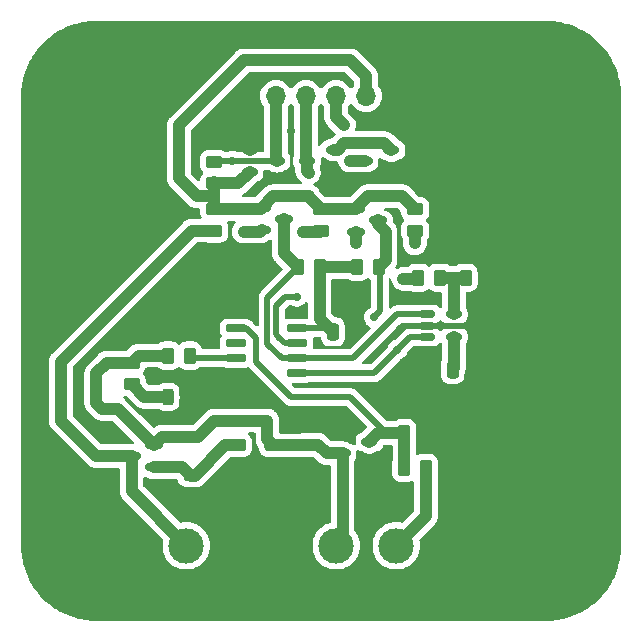
<source format=gbr>
%TF.GenerationSoftware,KiCad,Pcbnew,7.0.5*%
%TF.CreationDate,2023-09-16T15:22:35-07:00*%
%TF.ProjectId,PulseCounterI2C,50756c73-6543-46f7-956e-746572493243,rev?*%
%TF.SameCoordinates,Original*%
%TF.FileFunction,Copper,L1,Top*%
%TF.FilePolarity,Positive*%
%FSLAX46Y46*%
G04 Gerber Fmt 4.6, Leading zero omitted, Abs format (unit mm)*
G04 Created by KiCad (PCBNEW 7.0.5) date 2023-09-16 15:22:35*
%MOMM*%
%LPD*%
G01*
G04 APERTURE LIST*
G04 Aperture macros list*
%AMRoundRect*
0 Rectangle with rounded corners*
0 $1 Rounding radius*
0 $2 $3 $4 $5 $6 $7 $8 $9 X,Y pos of 4 corners*
0 Add a 4 corners polygon primitive as box body*
4,1,4,$2,$3,$4,$5,$6,$7,$8,$9,$2,$3,0*
0 Add four circle primitives for the rounded corners*
1,1,$1+$1,$2,$3*
1,1,$1+$1,$4,$5*
1,1,$1+$1,$6,$7*
1,1,$1+$1,$8,$9*
0 Add four rect primitives between the rounded corners*
20,1,$1+$1,$2,$3,$4,$5,0*
20,1,$1+$1,$4,$5,$6,$7,0*
20,1,$1+$1,$6,$7,$8,$9,0*
20,1,$1+$1,$8,$9,$2,$3,0*%
G04 Aperture macros list end*
%TA.AperFunction,SMDPad,CuDef*%
%ADD10RoundRect,0.250000X0.450000X-0.262500X0.450000X0.262500X-0.450000X0.262500X-0.450000X-0.262500X0*%
%TD*%
%TA.AperFunction,SMDPad,CuDef*%
%ADD11RoundRect,0.150000X0.587500X0.150000X-0.587500X0.150000X-0.587500X-0.150000X0.587500X-0.150000X0*%
%TD*%
%TA.AperFunction,SMDPad,CuDef*%
%ADD12RoundRect,0.150000X-0.587500X-0.150000X0.587500X-0.150000X0.587500X0.150000X-0.587500X0.150000X0*%
%TD*%
%TA.AperFunction,SMDPad,CuDef*%
%ADD13RoundRect,0.250000X-0.475000X0.250000X-0.475000X-0.250000X0.475000X-0.250000X0.475000X0.250000X0*%
%TD*%
%TA.AperFunction,SMDPad,CuDef*%
%ADD14RoundRect,0.243750X0.243750X0.456250X-0.243750X0.456250X-0.243750X-0.456250X0.243750X-0.456250X0*%
%TD*%
%TA.AperFunction,SMDPad,CuDef*%
%ADD15RoundRect,0.250000X-0.262500X-0.450000X0.262500X-0.450000X0.262500X0.450000X-0.262500X0.450000X0*%
%TD*%
%TA.AperFunction,ComponentPad*%
%ADD16C,5.600000*%
%TD*%
%TA.AperFunction,SMDPad,CuDef*%
%ADD17RoundRect,0.150000X-0.512500X-0.150000X0.512500X-0.150000X0.512500X0.150000X-0.512500X0.150000X0*%
%TD*%
%TA.AperFunction,SMDPad,CuDef*%
%ADD18RoundRect,0.250000X0.250000X0.475000X-0.250000X0.475000X-0.250000X-0.475000X0.250000X-0.475000X0*%
%TD*%
%TA.AperFunction,SMDPad,CuDef*%
%ADD19RoundRect,0.150000X-0.725000X-0.150000X0.725000X-0.150000X0.725000X0.150000X-0.725000X0.150000X0*%
%TD*%
%TA.AperFunction,SMDPad,CuDef*%
%ADD20RoundRect,0.250000X-0.250000X-0.475000X0.250000X-0.475000X0.250000X0.475000X-0.250000X0.475000X0*%
%TD*%
%TA.AperFunction,SMDPad,CuDef*%
%ADD21RoundRect,0.250000X0.262500X0.450000X-0.262500X0.450000X-0.262500X-0.450000X0.262500X-0.450000X0*%
%TD*%
%TA.AperFunction,SMDPad,CuDef*%
%ADD22RoundRect,0.225000X-0.375000X0.225000X-0.375000X-0.225000X0.375000X-0.225000X0.375000X0.225000X0*%
%TD*%
%TA.AperFunction,SMDPad,CuDef*%
%ADD23RoundRect,0.150000X0.512500X0.150000X-0.512500X0.150000X-0.512500X-0.150000X0.512500X-0.150000X0*%
%TD*%
%TA.AperFunction,SMDPad,CuDef*%
%ADD24RoundRect,0.250000X-0.450000X0.262500X-0.450000X-0.262500X0.450000X-0.262500X0.450000X0.262500X0*%
%TD*%
%TA.AperFunction,ComponentPad*%
%ADD25R,1.700000X1.700000*%
%TD*%
%TA.AperFunction,ComponentPad*%
%ADD26O,1.700000X1.700000*%
%TD*%
%TA.AperFunction,ComponentPad*%
%ADD27R,3.000000X3.000000*%
%TD*%
%TA.AperFunction,ComponentPad*%
%ADD28C,3.000000*%
%TD*%
%TA.AperFunction,ViaPad*%
%ADD29C,0.700000*%
%TD*%
%TA.AperFunction,Conductor*%
%ADD30C,1.000000*%
%TD*%
%TA.AperFunction,Conductor*%
%ADD31C,0.500000*%
%TD*%
G04 APERTURE END LIST*
D10*
%TO.P,R10,1*%
%TO.N,Net-(D4-A)*%
X130000000Y-87912500D03*
%TO.P,R10,2*%
%TO.N,+5V*%
X130000000Y-86087500D03*
%TD*%
D11*
%TO.P,Q3,1,G*%
%TO.N,Net-(D5-A)*%
X131875000Y-94950000D03*
%TO.P,Q3,2,S*%
%TO.N,+5V*%
X131875000Y-93050000D03*
%TO.P,Q3,3,D*%
%TO.N,Net-(J6-Pin_2)*%
X130000000Y-94000000D03*
%TD*%
D12*
%TO.P,Q2,1,G*%
%TO.N,/I2CConnector/VI2C*%
X149000000Y-73100000D03*
%TO.P,Q2,2,S*%
%TO.N,Net-(D3-A)*%
X149000000Y-75000000D03*
%TO.P,Q2,3,D*%
%TO.N,/EEPROMI2C/SDA*%
X150875000Y-74050000D03*
%TD*%
D13*
%TO.P,C2,1*%
%TO.N,+5V*%
X145000000Y-93050000D03*
%TO.P,C2,2*%
%TO.N,GND*%
X145000000Y-94950000D03*
%TD*%
D14*
%TO.P,D4,1,K*%
%TO.N,GND*%
X134937500Y-89000000D03*
%TO.P,D4,2,A*%
%TO.N,Net-(D4-A)*%
X133062500Y-89000000D03*
%TD*%
D15*
%TO.P,R4,1*%
%TO.N,/EEPROMI2C/SCL*%
X144087500Y-78000000D03*
%TO.P,R4,2*%
%TO.N,+5V*%
X145912500Y-78000000D03*
%TD*%
D16*
%TO.P,J2,1,Pin_1*%
%TO.N,GND*%
X165100000Y-63500000D03*
%TD*%
D17*
%TO.P,D1,1,K*%
%TO.N,GND*%
X147862500Y-91850000D03*
%TO.P,D1,2,K*%
%TO.N,+5V*%
X147862500Y-93750000D03*
%TO.P,D1,3,A*%
%TO.N,/PCF8593/Pulse*%
X150137500Y-92800000D03*
%TD*%
D18*
%TO.P,C4,1*%
%TO.N,+5V*%
X157175000Y-86680000D03*
%TO.P,C4,2*%
%TO.N,GND*%
X155275000Y-86680000D03*
%TD*%
D16*
%TO.P,J4,1,Pin_1*%
%TO.N,GND*%
X127000000Y-101600000D03*
%TD*%
D10*
%TO.P,R6,1*%
%TO.N,Net-(D2-A)*%
X146000000Y-74912500D03*
%TO.P,R6,2*%
%TO.N,/I2CConnector/VI2C*%
X146000000Y-73087500D03*
%TD*%
D19*
%TO.P,U1,1,OSCI*%
%TO.N,/PCF8593/Pulse*%
X138850000Y-83190000D03*
%TO.P,U1,2,OSCO*%
%TO.N,unconnected-(U1-OSCO-Pad2)*%
X138850000Y-84460000D03*
%TO.P,U1,3,~{RESET}*%
%TO.N,Net-(U1-~{RESET})*%
X138850000Y-85730000D03*
%TO.P,U1,4,V_{SS}*%
%TO.N,GND*%
X138850000Y-87000000D03*
%TO.P,U1,5,SDA*%
%TO.N,/EEPROMI2C/SDA*%
X144000000Y-87000000D03*
%TO.P,U1,6,SCL*%
%TO.N,/EEPROMI2C/SCL*%
X144000000Y-85730000D03*
%TO.P,U1,7,~{INT}*%
%TO.N,/I2CConnector/INT*%
X144000000Y-84460000D03*
%TO.P,U1,8,V_{DD}*%
%TO.N,+5V*%
X144000000Y-83190000D03*
%TD*%
D20*
%TO.P,C1,1*%
%TO.N,+5V*%
X147050000Y-83495000D03*
%TO.P,C1,2*%
%TO.N,GND*%
X148950000Y-83495000D03*
%TD*%
D21*
%TO.P,R13,1*%
%TO.N,GND*%
X160100000Y-78900000D03*
%TO.P,R13,2*%
%TO.N,Net-(U2-WP)*%
X158275000Y-78900000D03*
%TD*%
D22*
%TO.P,D5,1,K*%
%TO.N,+5V*%
X135000000Y-92350000D03*
%TO.P,D5,2,A*%
%TO.N,Net-(D5-A)*%
X135000000Y-95650000D03*
%TD*%
D23*
%TO.P,D3,1,K*%
%TO.N,GND*%
X152000000Y-70000000D03*
%TO.P,D3,2,K*%
%TO.N,+5V*%
X152000000Y-68100000D03*
%TO.P,D3,3,A*%
%TO.N,Net-(D3-A)*%
X149725000Y-69050000D03*
%TD*%
D12*
%TO.P,Q1,1,G*%
%TO.N,/I2CConnector/VI2C*%
X141000000Y-73000000D03*
%TO.P,Q1,2,S*%
%TO.N,Net-(D2-A)*%
X141000000Y-74900000D03*
%TO.P,Q1,3,D*%
%TO.N,/EEPROMI2C/SCL*%
X142875000Y-73950000D03*
%TD*%
D23*
%TO.P,D2,1,K*%
%TO.N,GND*%
X147137500Y-69950000D03*
%TO.P,D2,2,K*%
%TO.N,+5V*%
X147137500Y-68050000D03*
%TO.P,D2,3,A*%
%TO.N,Net-(D2-A)*%
X144862500Y-69000000D03*
%TD*%
D24*
%TO.P,R8,1*%
%TO.N,/I2CConnector/INT*%
X137000000Y-69087500D03*
%TO.P,R8,2*%
%TO.N,/I2CConnector/VI2C*%
X137000000Y-70912500D03*
%TD*%
D25*
%TO.P,J7,1,Pin_1*%
%TO.N,GND*%
X152400000Y-63500000D03*
D26*
%TO.P,J7,2,Pin_2*%
%TO.N,/I2CConnector/VI2C*%
X149860000Y-63500000D03*
%TO.P,J7,3,Pin_3*%
%TO.N,Net-(D3-A)*%
X147320000Y-63500000D03*
%TO.P,J7,4,Pin_4*%
%TO.N,Net-(D2-A)*%
X144780000Y-63500000D03*
%TO.P,J7,5,Pin_5*%
%TO.N,/I2CConnector/INT*%
X142240000Y-63500000D03*
%TD*%
D17*
%TO.P,U2,1,SCL*%
%TO.N,/EEPROMI2C/SCL*%
X155000000Y-82000000D03*
%TO.P,U2,2,GND*%
%TO.N,GND*%
X155000000Y-82950000D03*
%TO.P,U2,3,SDA*%
%TO.N,/EEPROMI2C/SDA*%
X155000000Y-83900000D03*
%TO.P,U2,4,V_{CC}*%
%TO.N,+5V*%
X157275000Y-83900000D03*
%TO.P,U2,5,WP*%
%TO.N,Net-(U2-WP)*%
X157275000Y-82000000D03*
%TD*%
D27*
%TO.P,J6,1,Pin_1*%
%TO.N,GND*%
X139700000Y-101600000D03*
D28*
%TO.P,J6,2,Pin_2*%
%TO.N,Net-(J6-Pin_2)*%
X134620000Y-101600000D03*
%TD*%
D24*
%TO.P,R9,1*%
%TO.N,/I2CConnector/VI2C*%
X137000000Y-73087500D03*
%TO.P,R9,2*%
%TO.N,Net-(J6-Pin_2)*%
X137000000Y-74912500D03*
%TD*%
D13*
%TO.P,C3,1*%
%TO.N,+5V*%
X142000000Y-93100000D03*
%TO.P,C3,2*%
%TO.N,GND*%
X142000000Y-95000000D03*
%TD*%
D16*
%TO.P,J3,1,Pin_1*%
%TO.N,GND*%
X165100000Y-101600000D03*
%TD*%
D27*
%TO.P,J5,1,Pin_1*%
%TO.N,GND*%
X157480000Y-101600000D03*
D28*
%TO.P,J5,2,Pin_2*%
%TO.N,Net-(J5-Pin_2)*%
X152400000Y-101600000D03*
%TO.P,J5,3,Pin_3*%
%TO.N,+5V*%
X147320000Y-101600000D03*
%TD*%
D21*
%TO.P,R5,1*%
%TO.N,/EEPROMI2C/SDA*%
X150912500Y-78000000D03*
%TO.P,R5,2*%
%TO.N,+5V*%
X149087500Y-78000000D03*
%TD*%
D10*
%TO.P,R11,1*%
%TO.N,GND*%
X139000000Y-94912500D03*
%TO.P,R11,2*%
%TO.N,Net-(D5-A)*%
X139000000Y-93087500D03*
%TD*%
D21*
%TO.P,R12,1*%
%TO.N,Net-(U2-WP)*%
X156100000Y-78900000D03*
%TO.P,R12,2*%
%TO.N,+5V*%
X154275000Y-78900000D03*
%TD*%
D17*
%TO.P,D6,1,K*%
%TO.N,GND*%
X140000000Y-68050000D03*
%TO.P,D6,2,K*%
%TO.N,/I2CConnector/VI2C*%
X140000000Y-69950000D03*
%TO.P,D6,3,A*%
%TO.N,/I2CConnector/INT*%
X142275000Y-69000000D03*
%TD*%
D21*
%TO.P,R1,1*%
%TO.N,Net-(U1-~{RESET})*%
X134912500Y-85495000D03*
%TO.P,R1,2*%
%TO.N,+5V*%
X133087500Y-85495000D03*
%TD*%
D15*
%TO.P,R2,1*%
%TO.N,/PCF8593/Pulse*%
X153087500Y-92050000D03*
%TO.P,R2,2*%
%TO.N,GND*%
X154912500Y-92050000D03*
%TD*%
D21*
%TO.P,R3,1*%
%TO.N,Net-(J5-Pin_2)*%
X154912500Y-95000000D03*
%TO.P,R3,2*%
%TO.N,/PCF8593/Pulse*%
X153087500Y-95000000D03*
%TD*%
D16*
%TO.P,J1,1,Pin_1*%
%TO.N,GND*%
X127000000Y-63500000D03*
%TD*%
D10*
%TO.P,R7,1*%
%TO.N,Net-(D3-A)*%
X154000000Y-74912500D03*
%TO.P,R7,2*%
%TO.N,/I2CConnector/VI2C*%
X154000000Y-73087500D03*
%TD*%
D29*
%TO.N,GND*%
X149000000Y-82000000D03*
X150500000Y-70500000D03*
X144000000Y-82000000D03*
X143500000Y-95000000D03*
X146000000Y-91000000D03*
X140500000Y-71500000D03*
X134000000Y-81000000D03*
X133500000Y-73500000D03*
X128000000Y-92000000D03*
X128000000Y-96000000D03*
X146500000Y-66500000D03*
X152750000Y-83250000D03*
X128500000Y-84000000D03*
X141000000Y-77000000D03*
X155000000Y-80500000D03*
X153250000Y-86500000D03*
X139000000Y-66500000D03*
X143500000Y-66500000D03*
X152500000Y-74000000D03*
X135000000Y-90500000D03*
X144000000Y-91000000D03*
X152250000Y-90250000D03*
X141000000Y-89000000D03*
%TO.N,+5V*%
X149500000Y-67500000D03*
X141500000Y-91000000D03*
X157275000Y-85500000D03*
X153000000Y-79000000D03*
X147500000Y-78000000D03*
%TO.N,Net-(D2-A)*%
X144500000Y-75000000D03*
X145000000Y-70000000D03*
X139500000Y-75000000D03*
%TO.N,Net-(D3-A)*%
X148500000Y-69000000D03*
X154000000Y-76000000D03*
X148000000Y-66000000D03*
X149000000Y-76000000D03*
%TO.N,/I2CConnector/INT*%
X144000000Y-80500000D03*
X138500000Y-69000000D03*
%TO.N,/EEPROMI2C/SDA*%
X152500000Y-85000000D03*
X150500000Y-82250000D03*
%TD*%
D30*
%TO.N,/I2CConnector/VI2C*%
X139037500Y-70912500D02*
X137000000Y-70912500D01*
X148500000Y-60500000D02*
X139500000Y-60500000D01*
X140912500Y-73087500D02*
X141000000Y-73000000D01*
X149000000Y-73100000D02*
X149000000Y-73000000D01*
X137000000Y-70825000D02*
X137000000Y-72000000D01*
X149860000Y-63500000D02*
X149860000Y-61860000D01*
X145000000Y-72000000D02*
X145000000Y-72087500D01*
X134000000Y-70500000D02*
X135500000Y-72000000D01*
X140000000Y-69950000D02*
X139037500Y-70912500D01*
X152912500Y-72000000D02*
X154000000Y-73087500D01*
X135500000Y-72000000D02*
X137000000Y-72000000D01*
X148987500Y-73087500D02*
X149000000Y-73100000D01*
X142000000Y-72000000D02*
X145000000Y-72000000D01*
X146000000Y-73087500D02*
X148987500Y-73087500D01*
X141000000Y-73000000D02*
X142000000Y-72000000D01*
X145000000Y-72087500D02*
X146000000Y-73087500D01*
X137000000Y-73087500D02*
X140912500Y-73087500D01*
X149860000Y-61860000D02*
X148500000Y-60500000D01*
X139500000Y-60500000D02*
X134000000Y-66000000D01*
X149000000Y-73000000D02*
X150000000Y-72000000D01*
X150000000Y-72000000D02*
X152912500Y-72000000D01*
X137000000Y-72000000D02*
X137000000Y-73087500D01*
X134000000Y-66000000D02*
X134000000Y-70500000D01*
%TO.N,GND*%
X135500000Y-105000000D02*
X161700000Y-105000000D01*
X139000000Y-66500000D02*
X139000000Y-67050000D01*
D31*
X158950000Y-82950000D02*
X159000000Y-83000000D01*
D30*
X151500000Y-70500000D02*
X150500000Y-70500000D01*
X159000000Y-89500000D02*
X164600000Y-89500000D01*
X139000000Y-94912500D02*
X141912500Y-94912500D01*
X161700000Y-105000000D02*
X165100000Y-101600000D01*
X147687500Y-70500000D02*
X147137500Y-69950000D01*
X152400000Y-63500000D02*
X165100000Y-63500000D01*
X153500000Y-70000000D02*
X152000000Y-70000000D01*
D31*
X138850000Y-87000000D02*
X136937500Y-87000000D01*
D30*
X154912500Y-89500000D02*
X159000000Y-89500000D01*
X154500000Y-69000000D02*
X153500000Y-70000000D01*
X142000000Y-95000000D02*
X143500000Y-95000000D01*
D31*
X134937500Y-90437500D02*
X135000000Y-90500000D01*
D30*
X136300000Y-105000000D02*
X139700000Y-101600000D01*
X154912500Y-92050000D02*
X154912500Y-89500000D01*
X152400000Y-64400000D02*
X154500000Y-66500000D01*
X154912500Y-89500000D02*
X154912500Y-87042500D01*
X127000000Y-101600000D02*
X130400000Y-105000000D01*
X137500000Y-59000000D02*
X133000000Y-63500000D01*
X133000000Y-63500000D02*
X127000000Y-63500000D01*
X135500000Y-105000000D02*
X136300000Y-105000000D01*
X160100000Y-78900000D02*
X160100000Y-81900000D01*
X164600000Y-89500000D02*
X165100000Y-89000000D01*
X147862500Y-91850000D02*
X146850000Y-91850000D01*
X144950000Y-95000000D02*
X145000000Y-94950000D01*
X146850000Y-91850000D02*
X146000000Y-91000000D01*
D31*
X149000000Y-82000000D02*
X149000000Y-83445000D01*
X149000000Y-83445000D02*
X148950000Y-83495000D01*
D30*
X152400000Y-63500000D02*
X152400000Y-64400000D01*
D31*
X155000000Y-82950000D02*
X158950000Y-82950000D01*
X152750000Y-83250000D02*
X153050000Y-82950000D01*
D30*
X159000000Y-83000000D02*
X159000000Y-89500000D01*
X160100000Y-81900000D02*
X159000000Y-83000000D01*
X152400000Y-63500000D02*
X152400000Y-60900000D01*
D31*
X136937500Y-87000000D02*
X134937500Y-89000000D01*
D30*
X139000000Y-67050000D02*
X140000000Y-68050000D01*
X157480000Y-101600000D02*
X165100000Y-101600000D01*
X139000000Y-94912500D02*
X139000000Y-100900000D01*
D31*
X134937500Y-89000000D02*
X134937500Y-90437500D01*
D30*
X130400000Y-105000000D02*
X135500000Y-105000000D01*
X165100000Y-101600000D02*
X165100000Y-89000000D01*
X150500000Y-70500000D02*
X147687500Y-70500000D01*
X152400000Y-60900000D02*
X150500000Y-59000000D01*
X141912500Y-94912500D02*
X142000000Y-95000000D01*
X150500000Y-59000000D02*
X137500000Y-59000000D01*
X152000000Y-70000000D02*
X151500000Y-70500000D01*
D31*
X153050000Y-82950000D02*
X155000000Y-82950000D01*
D30*
X154912500Y-87042500D02*
X155275000Y-86680000D01*
X139000000Y-100900000D02*
X139700000Y-101600000D01*
X143500000Y-95000000D02*
X144950000Y-95000000D01*
X154500000Y-66500000D02*
X154500000Y-69000000D01*
X165100000Y-89000000D02*
X165100000Y-63500000D01*
%TO.N,+5V*%
X130000000Y-86087500D02*
X127912500Y-86087500D01*
X127000000Y-87000000D02*
X127000000Y-89500000D01*
X141500000Y-91000000D02*
X141500000Y-92600000D01*
X147137500Y-68050000D02*
X147450000Y-68050000D01*
X149087500Y-78000000D02*
X145912500Y-78000000D01*
X127000000Y-89500000D02*
X127500000Y-90000000D01*
X157275000Y-85500000D02*
X157275000Y-86580000D01*
X154175000Y-79000000D02*
X154275000Y-78900000D01*
X147450000Y-68050000D02*
X148000000Y-67500000D01*
X135000000Y-92350000D02*
X135650000Y-92350000D01*
D31*
X144000000Y-83190000D02*
X146745000Y-83190000D01*
D30*
X142000000Y-93100000D02*
X144950000Y-93100000D01*
X148000000Y-67500000D02*
X151400000Y-67500000D01*
X127500000Y-90000000D02*
X128825000Y-90000000D01*
X132575000Y-92350000D02*
X131875000Y-93050000D01*
D31*
X147500000Y-78000000D02*
X149087500Y-78000000D01*
D30*
X128825000Y-90000000D02*
X131875000Y-93050000D01*
X157275000Y-86580000D02*
X157175000Y-86680000D01*
D31*
X145912500Y-78000000D02*
X147500000Y-78000000D01*
D30*
X153000000Y-79000000D02*
X154175000Y-79000000D01*
X144950000Y-93100000D02*
X145000000Y-93050000D01*
X147862500Y-93750000D02*
X146500000Y-93750000D01*
X147862500Y-93750000D02*
X147862500Y-101057500D01*
D31*
X146745000Y-83190000D02*
X147050000Y-83495000D01*
D30*
X145912500Y-82357500D02*
X147050000Y-83495000D01*
X135650000Y-92350000D02*
X137000000Y-91000000D01*
X151400000Y-67500000D02*
X152000000Y-68100000D01*
X145800000Y-93050000D02*
X146500000Y-93750000D01*
X130592500Y-85495000D02*
X130000000Y-86087500D01*
X157275000Y-83900000D02*
X157275000Y-85500000D01*
X141500000Y-92600000D02*
X142000000Y-93100000D01*
X145912500Y-78000000D02*
X145912500Y-82357500D01*
X147862500Y-101057500D02*
X147320000Y-101600000D01*
X135000000Y-92350000D02*
X132575000Y-92350000D01*
X137000000Y-91000000D02*
X141500000Y-91000000D01*
X145000000Y-93050000D02*
X145800000Y-93050000D01*
X133087500Y-85495000D02*
X130592500Y-85495000D01*
X127912500Y-86087500D02*
X127000000Y-87000000D01*
D31*
%TO.N,/PCF8593/Pulse*%
X138850000Y-83190000D02*
X139690000Y-83190000D01*
D30*
X150887500Y-92050000D02*
X150137500Y-92800000D01*
X153087500Y-92050000D02*
X152000000Y-92050000D01*
D31*
X140500000Y-86000000D02*
X143500000Y-89000000D01*
X140500000Y-84000000D02*
X140500000Y-86000000D01*
X148500000Y-89000000D02*
X151550000Y-92050000D01*
D30*
X152000000Y-92050000D02*
X150887500Y-92050000D01*
D31*
X151550000Y-92050000D02*
X152000000Y-92050000D01*
D30*
X153087500Y-95000000D02*
X153087500Y-92050000D01*
D31*
X143500000Y-89000000D02*
X148500000Y-89000000D01*
X139690000Y-83190000D02*
X140500000Y-84000000D01*
D30*
%TO.N,Net-(D2-A)*%
X139500000Y-75000000D02*
X140900000Y-75000000D01*
X144780000Y-68917500D02*
X144862500Y-69000000D01*
X144862500Y-69862500D02*
X145000000Y-70000000D01*
X145912500Y-75000000D02*
X146000000Y-74912500D01*
X140900000Y-75000000D02*
X141000000Y-74900000D01*
X144500000Y-75000000D02*
X145912500Y-75000000D01*
X144780000Y-63500000D02*
X144780000Y-68917500D01*
X144862500Y-69000000D02*
X144862500Y-69862500D01*
%TO.N,Net-(D3-A)*%
X149675000Y-69000000D02*
X149725000Y-69050000D01*
X147320000Y-63500000D02*
X147320000Y-65320000D01*
X147320000Y-65320000D02*
X148000000Y-66000000D01*
X148500000Y-69000000D02*
X149675000Y-69000000D01*
X154000000Y-74912500D02*
X154000000Y-76000000D01*
X149000000Y-76000000D02*
X149000000Y-75000000D01*
D31*
%TO.N,Net-(U1-~{RESET})*%
X135147500Y-85730000D02*
X134912500Y-85495000D01*
X138850000Y-85730000D02*
X135147500Y-85730000D01*
D30*
%TO.N,Net-(J5-Pin_2)*%
X154912500Y-99087500D02*
X154912500Y-95000000D01*
X152400000Y-101600000D02*
X154912500Y-99087500D01*
D31*
%TO.N,/I2CConnector/INT*%
X142500000Y-84000000D02*
X142200000Y-83700000D01*
X143000000Y-80500000D02*
X144000000Y-80500000D01*
X138500000Y-69000000D02*
X142275000Y-69000000D01*
D30*
X142240000Y-63500000D02*
X142240000Y-68965000D01*
D31*
X142200000Y-81300000D02*
X143000000Y-80500000D01*
X138500000Y-69000000D02*
X137087500Y-69000000D01*
D30*
X142240000Y-68965000D02*
X142275000Y-69000000D01*
D31*
X142200000Y-81500000D02*
X142200000Y-81300000D01*
X137087500Y-69000000D02*
X137000000Y-69087500D01*
X142200000Y-83700000D02*
X142200000Y-81500000D01*
X142960000Y-84460000D02*
X142500000Y-84000000D01*
X144000000Y-84460000D02*
X142960000Y-84460000D01*
D30*
%TO.N,Net-(D4-A)*%
X131087500Y-89000000D02*
X133062500Y-89000000D01*
X130000000Y-87912500D02*
X131087500Y-89000000D01*
%TO.N,Net-(D5-A)*%
X135350000Y-95650000D02*
X137912500Y-93087500D01*
X135000000Y-95650000D02*
X135350000Y-95650000D01*
X131875000Y-94950000D02*
X134300000Y-94950000D01*
X134300000Y-94950000D02*
X135000000Y-95650000D01*
X137912500Y-93087500D02*
X139000000Y-93087500D01*
%TO.N,Net-(J6-Pin_2)*%
X130000000Y-94000000D02*
X127000000Y-94000000D01*
X134620000Y-101600000D02*
X130000000Y-96980000D01*
X124000000Y-91000000D02*
X124000000Y-86000000D01*
X135087500Y-74912500D02*
X137000000Y-74912500D01*
X124000000Y-86000000D02*
X135087500Y-74912500D01*
X130000000Y-96980000D02*
X130000000Y-94000000D01*
X127000000Y-94000000D02*
X124000000Y-91000000D01*
D31*
%TO.N,/EEPROMI2C/SCL*%
X141500000Y-80587500D02*
X141500000Y-84500000D01*
X141500000Y-84500000D02*
X142730000Y-85730000D01*
X152500000Y-82000000D02*
X155000000Y-82000000D01*
X144000000Y-85730000D02*
X148770000Y-85730000D01*
X148770000Y-85730000D02*
X152500000Y-82000000D01*
X144087500Y-78000000D02*
X141500000Y-80587500D01*
D30*
X142875000Y-73950000D02*
X142875000Y-76787500D01*
D31*
X142730000Y-85730000D02*
X144000000Y-85730000D01*
D30*
X142875000Y-76787500D02*
X144087500Y-78000000D01*
D31*
%TO.N,/EEPROMI2C/SDA*%
X144000000Y-87000000D02*
X150500000Y-87000000D01*
X151000000Y-81750000D02*
X151000000Y-78087500D01*
X153600000Y-83900000D02*
X155000000Y-83900000D01*
D30*
X151500000Y-77412500D02*
X150912500Y-78000000D01*
X150875000Y-74375000D02*
X151500000Y-75000000D01*
X150875000Y-74050000D02*
X150875000Y-74375000D01*
D31*
X151000000Y-78087500D02*
X150912500Y-78000000D01*
D30*
X151500000Y-75000000D02*
X151500000Y-77412500D01*
D31*
X150500000Y-82250000D02*
X151000000Y-81750000D01*
X150500000Y-87000000D02*
X153600000Y-83900000D01*
D30*
%TO.N,Net-(U2-WP)*%
X157000000Y-78900000D02*
X158275000Y-78900000D01*
X157275000Y-79175000D02*
X157000000Y-78900000D01*
X156100000Y-78900000D02*
X157000000Y-78900000D01*
X157275000Y-82000000D02*
X157275000Y-79175000D01*
%TD*%
%TA.AperFunction,Conductor*%
%TO.N,GND*%
G36*
X134043334Y-86415548D02*
G01*
X134087680Y-86444048D01*
X134181344Y-86537712D01*
X134330666Y-86629814D01*
X134497203Y-86684999D01*
X134599991Y-86695500D01*
X135225008Y-86695499D01*
X135225016Y-86695498D01*
X135225019Y-86695498D01*
X135281302Y-86689748D01*
X135327797Y-86684999D01*
X135494334Y-86629814D01*
X135643656Y-86537712D01*
X135664549Y-86516819D01*
X135725872Y-86483334D01*
X135752230Y-86480500D01*
X137842672Y-86480500D01*
X137877267Y-86485424D01*
X138022426Y-86527597D01*
X138022429Y-86527597D01*
X138022431Y-86527598D01*
X138059306Y-86530500D01*
X138059314Y-86530500D01*
X139640686Y-86530500D01*
X139640694Y-86530500D01*
X139677569Y-86527598D01*
X139829670Y-86483408D01*
X139899538Y-86483607D01*
X139949358Y-86512290D01*
X139976365Y-86537770D01*
X139977624Y-86538992D01*
X141517629Y-88078996D01*
X142924267Y-89485634D01*
X142936048Y-89499266D01*
X142950390Y-89518530D01*
X142990420Y-89552119D01*
X142994392Y-89555759D01*
X142997312Y-89558679D01*
X143000221Y-89561589D01*
X143025250Y-89581379D01*
X143026646Y-89582517D01*
X143084786Y-89631302D01*
X143084787Y-89631302D01*
X143084789Y-89631304D01*
X143090818Y-89635270D01*
X143090785Y-89635319D01*
X143097147Y-89639372D01*
X143097179Y-89639321D01*
X143103319Y-89643108D01*
X143103323Y-89643111D01*
X143141278Y-89660809D01*
X143172137Y-89675200D01*
X143173760Y-89675986D01*
X143241562Y-89710038D01*
X143248357Y-89712511D01*
X143248336Y-89712567D01*
X143255455Y-89715042D01*
X143255474Y-89714986D01*
X143262324Y-89717255D01*
X143262327Y-89717257D01*
X143336709Y-89732614D01*
X143338418Y-89732994D01*
X143347781Y-89735213D01*
X143412273Y-89750499D01*
X143412276Y-89750499D01*
X143412279Y-89750500D01*
X143412282Y-89750500D01*
X143419452Y-89751338D01*
X143419444Y-89751397D01*
X143426945Y-89752164D01*
X143426951Y-89752105D01*
X143434140Y-89752734D01*
X143434144Y-89752733D01*
X143434145Y-89752734D01*
X143462230Y-89751916D01*
X143510033Y-89750526D01*
X143511836Y-89750500D01*
X148137770Y-89750500D01*
X148204809Y-89770185D01*
X148225451Y-89786819D01*
X149892924Y-91454292D01*
X149926409Y-91515615D01*
X149921425Y-91585307D01*
X149892924Y-91629654D01*
X149541767Y-91980811D01*
X149488682Y-92012206D01*
X149364604Y-92048254D01*
X149364603Y-92048255D01*
X149223137Y-92131917D01*
X149223129Y-92131923D01*
X149106923Y-92248129D01*
X149106917Y-92248137D01*
X149023255Y-92389603D01*
X149023254Y-92389606D01*
X148977402Y-92547426D01*
X148977401Y-92547432D01*
X148974500Y-92584298D01*
X148974500Y-92982104D01*
X148954815Y-93049143D01*
X148902011Y-93094898D01*
X148832853Y-93104842D01*
X148784502Y-93084330D01*
X148783580Y-93085890D01*
X148637366Y-92999420D01*
X148635398Y-92998256D01*
X148635397Y-92998255D01*
X148635396Y-92998255D01*
X148635393Y-92998253D01*
X148482676Y-92953885D01*
X148441369Y-92932864D01*
X148394461Y-92896554D01*
X148394457Y-92896551D01*
X148379996Y-92889458D01*
X148363770Y-92879906D01*
X148350551Y-92870706D01*
X148350549Y-92870705D01*
X148281786Y-92841196D01*
X148278968Y-92839901D01*
X148211771Y-92806940D01*
X148211769Y-92806939D01*
X148196180Y-92802903D01*
X148178364Y-92796813D01*
X148163561Y-92790461D01*
X148163559Y-92790460D01*
X148163558Y-92790460D01*
X148090265Y-92775398D01*
X148087216Y-92774690D01*
X148014781Y-92755936D01*
X147998689Y-92755119D01*
X147980023Y-92752742D01*
X147964243Y-92749500D01*
X147964241Y-92749500D01*
X147889429Y-92749500D01*
X147886289Y-92749420D01*
X147811564Y-92745631D01*
X147811560Y-92745631D01*
X147795643Y-92748070D01*
X147776867Y-92749500D01*
X146965783Y-92749500D01*
X146898744Y-92729815D01*
X146878102Y-92713181D01*
X146517011Y-92352091D01*
X146515914Y-92350966D01*
X146455061Y-92286949D01*
X146455060Y-92286948D01*
X146455059Y-92286947D01*
X146427204Y-92267559D01*
X146404709Y-92251902D01*
X146400946Y-92249064D01*
X146353413Y-92210305D01*
X146353406Y-92210300D01*
X146322959Y-92194397D01*
X146316251Y-92190334D01*
X146288049Y-92170705D01*
X146288046Y-92170703D01*
X146288045Y-92170703D01*
X146288041Y-92170701D01*
X146231680Y-92146514D01*
X146227424Y-92144493D01*
X146173057Y-92116094D01*
X146173050Y-92116091D01*
X146173049Y-92116091D01*
X146165350Y-92113888D01*
X146140030Y-92106642D01*
X146132630Y-92104008D01*
X146101057Y-92090459D01*
X146101058Y-92090459D01*
X146040966Y-92078109D01*
X146036391Y-92076986D01*
X145977420Y-92060113D01*
X145977425Y-92060113D01*
X145943158Y-92057503D01*
X145935380Y-92056412D01*
X145901742Y-92049500D01*
X145901741Y-92049500D01*
X145840402Y-92049500D01*
X145835695Y-92049321D01*
X145830121Y-92048896D01*
X145774524Y-92044662D01*
X145754589Y-92047201D01*
X145740440Y-92049003D01*
X145732611Y-92049500D01*
X145013493Y-92049500D01*
X145011931Y-92049480D01*
X144963618Y-92048256D01*
X144923641Y-92047243D01*
X144923640Y-92047243D01*
X144923637Y-92047243D01*
X144923633Y-92047243D01*
X144923628Y-92047244D01*
X144921889Y-92047556D01*
X144900019Y-92049500D01*
X144474998Y-92049500D01*
X144474980Y-92049501D01*
X144372203Y-92060000D01*
X144372200Y-92060001D01*
X144271997Y-92093206D01*
X144232993Y-92099500D01*
X142624500Y-92099500D01*
X142557461Y-92079815D01*
X142511706Y-92027011D01*
X142500500Y-91975500D01*
X142500500Y-91026928D01*
X142500580Y-91023788D01*
X142502151Y-90992794D01*
X142504369Y-90949064D01*
X142493039Y-90875113D01*
X142492643Y-90871999D01*
X142490355Y-90849500D01*
X142485074Y-90797562D01*
X142484248Y-90794930D01*
X142480251Y-90782189D01*
X142475994Y-90763849D01*
X142473556Y-90747929D01*
X142447553Y-90677720D01*
X142446565Y-90674825D01*
X142424159Y-90603412D01*
X142416339Y-90589324D01*
X142408482Y-90572225D01*
X142402886Y-90557113D01*
X142363296Y-90493597D01*
X142361725Y-90490929D01*
X142325409Y-90425498D01*
X142314921Y-90413281D01*
X142303773Y-90398100D01*
X142303489Y-90397645D01*
X142295252Y-90384429D01*
X142243701Y-90330197D01*
X142241600Y-90327872D01*
X142192873Y-90271112D01*
X142192868Y-90271108D01*
X142192866Y-90271105D01*
X142180126Y-90261243D01*
X142166155Y-90248620D01*
X142155063Y-90236950D01*
X142093647Y-90194202D01*
X142091116Y-90192343D01*
X142031961Y-90146553D01*
X142031957Y-90146551D01*
X142017496Y-90139458D01*
X142001270Y-90129906D01*
X141988051Y-90120706D01*
X141988049Y-90120705D01*
X141919286Y-90091196D01*
X141916468Y-90089901D01*
X141849271Y-90056940D01*
X141849269Y-90056939D01*
X141833680Y-90052903D01*
X141815864Y-90046813D01*
X141801061Y-90040461D01*
X141801059Y-90040460D01*
X141801058Y-90040460D01*
X141727765Y-90025398D01*
X141724716Y-90024690D01*
X141652281Y-90005936D01*
X141636189Y-90005119D01*
X141617523Y-90002742D01*
X141601743Y-89999500D01*
X141601741Y-89999500D01*
X141526929Y-89999500D01*
X141523789Y-89999420D01*
X141449064Y-89995631D01*
X141449060Y-89995631D01*
X141433143Y-89998070D01*
X141414367Y-89999500D01*
X137013452Y-89999500D01*
X137011889Y-89999480D01*
X136923636Y-89997244D01*
X136923635Y-89997244D01*
X136923626Y-89997244D01*
X136863263Y-90008064D01*
X136858597Y-90008718D01*
X136797564Y-90014925D01*
X136764780Y-90025210D01*
X136757153Y-90027082D01*
X136723349Y-90033141D01*
X136666381Y-90055895D01*
X136661945Y-90057474D01*
X136603414Y-90075840D01*
X136603410Y-90075842D01*
X136573378Y-90092510D01*
X136566284Y-90095879D01*
X136534382Y-90108623D01*
X136534377Y-90108625D01*
X136483156Y-90142381D01*
X136479128Y-90144822D01*
X136425501Y-90174588D01*
X136399434Y-90196965D01*
X136393165Y-90201692D01*
X136364484Y-90220595D01*
X136364478Y-90220600D01*
X136321109Y-90263968D01*
X136317655Y-90267169D01*
X136271104Y-90307134D01*
X136250075Y-90334300D01*
X136244884Y-90340193D01*
X135271899Y-91313181D01*
X135210576Y-91346666D01*
X135184218Y-91349500D01*
X132588452Y-91349500D01*
X132586889Y-91349480D01*
X132498636Y-91347244D01*
X132498635Y-91347244D01*
X132498626Y-91347244D01*
X132438263Y-91358064D01*
X132433597Y-91358718D01*
X132372564Y-91364925D01*
X132339780Y-91375210D01*
X132332153Y-91377082D01*
X132298349Y-91383141D01*
X132241381Y-91405895D01*
X132236945Y-91407474D01*
X132178414Y-91425840D01*
X132178410Y-91425842D01*
X132148378Y-91442510D01*
X132141284Y-91445879D01*
X132109382Y-91458623D01*
X132109377Y-91458625D01*
X132058156Y-91492381D01*
X132054128Y-91494822D01*
X132000500Y-91524589D01*
X131974433Y-91546965D01*
X131968163Y-91551693D01*
X131946173Y-91566187D01*
X131879365Y-91586644D01*
X131812103Y-91567734D01*
X131790253Y-91550333D01*
X130730828Y-90490908D01*
X129541973Y-89302053D01*
X129540915Y-89300967D01*
X129480061Y-89236949D01*
X129480060Y-89236948D01*
X129480059Y-89236947D01*
X129452204Y-89217559D01*
X129429709Y-89201902D01*
X129425946Y-89199064D01*
X129378413Y-89160305D01*
X129378409Y-89160303D01*
X129374576Y-89158301D01*
X129362214Y-89151843D01*
X129311908Y-89103358D01*
X129295800Y-89035370D01*
X129319006Y-88969467D01*
X129374159Y-88926572D01*
X129432227Y-88918577D01*
X129499991Y-88925500D01*
X129546716Y-88925499D01*
X129613754Y-88945182D01*
X129634398Y-88961818D01*
X130370487Y-89697907D01*
X130371552Y-89698998D01*
X130420533Y-89750526D01*
X130432440Y-89763052D01*
X130432447Y-89763058D01*
X130466553Y-89786795D01*
X130482803Y-89798106D01*
X130486544Y-89800926D01*
X130534093Y-89839698D01*
X130564545Y-89855604D01*
X130571256Y-89859671D01*
X130599451Y-89879295D01*
X130655832Y-89903490D01*
X130660067Y-89905501D01*
X130714451Y-89933909D01*
X130747473Y-89943356D01*
X130754865Y-89945989D01*
X130786440Y-89959539D01*
X130786441Y-89959540D01*
X130799554Y-89962234D01*
X130846555Y-89971892D01*
X130851095Y-89973006D01*
X130910082Y-89989886D01*
X130944341Y-89992494D01*
X130952109Y-89993585D01*
X130985755Y-90000500D01*
X130985759Y-90000500D01*
X131047101Y-90000500D01*
X131051808Y-90000678D01*
X131078900Y-90002742D01*
X131112975Y-90005337D01*
X131112975Y-90005336D01*
X131112976Y-90005337D01*
X131147059Y-90000996D01*
X131154889Y-90000500D01*
X132259109Y-90000500D01*
X132326148Y-90020185D01*
X132346790Y-90036819D01*
X132353996Y-90044025D01*
X132354000Y-90044028D01*
X132502066Y-90135357D01*
X132502069Y-90135358D01*
X132502075Y-90135362D01*
X132667225Y-90190087D01*
X132769152Y-90200500D01*
X132769157Y-90200500D01*
X133355843Y-90200500D01*
X133355848Y-90200500D01*
X133457775Y-90190087D01*
X133622925Y-90135362D01*
X133771003Y-90044026D01*
X133894026Y-89921003D01*
X133985362Y-89772925D01*
X134040087Y-89607775D01*
X134050500Y-89505848D01*
X134050500Y-89191494D01*
X134054459Y-89160409D01*
X134054486Y-89160305D01*
X134056563Y-89152285D01*
X134066869Y-88949064D01*
X134051930Y-88851547D01*
X134050500Y-88832770D01*
X134050500Y-88494157D01*
X134050499Y-88494144D01*
X134040087Y-88392225D01*
X133985362Y-88227075D01*
X133985358Y-88227069D01*
X133985357Y-88227066D01*
X133894028Y-88079000D01*
X133894025Y-88078996D01*
X133771003Y-87955974D01*
X133770999Y-87955971D01*
X133622933Y-87864642D01*
X133622927Y-87864639D01*
X133622925Y-87864638D01*
X133548005Y-87839812D01*
X133457776Y-87809913D01*
X133355855Y-87799500D01*
X133355848Y-87799500D01*
X132769152Y-87799500D01*
X132769144Y-87799500D01*
X132667223Y-87809913D01*
X132502077Y-87864637D01*
X132502066Y-87864642D01*
X132354000Y-87955971D01*
X132353996Y-87955974D01*
X132346790Y-87963181D01*
X132285467Y-87996666D01*
X132259109Y-87999500D01*
X131553283Y-87999500D01*
X131486244Y-87979815D01*
X131465602Y-87963181D01*
X131236818Y-87734397D01*
X131203333Y-87673074D01*
X131200499Y-87646716D01*
X131200499Y-87599998D01*
X131200498Y-87599981D01*
X131189999Y-87497203D01*
X131189998Y-87497200D01*
X131162567Y-87414420D01*
X131134814Y-87330666D01*
X131042712Y-87181344D01*
X130949045Y-87087677D01*
X130915563Y-87026359D01*
X130920547Y-86956667D01*
X130949044Y-86912323D01*
X131042712Y-86818656D01*
X131134814Y-86669334D01*
X131164252Y-86580495D01*
X131204025Y-86523051D01*
X131268541Y-86496228D01*
X131281958Y-86495500D01*
X132262770Y-86495500D01*
X132329809Y-86515185D01*
X132350451Y-86531819D01*
X132356344Y-86537712D01*
X132505666Y-86629814D01*
X132672203Y-86684999D01*
X132774991Y-86695500D01*
X133400008Y-86695499D01*
X133400016Y-86695498D01*
X133400019Y-86695498D01*
X133456302Y-86689748D01*
X133502797Y-86684999D01*
X133669334Y-86629814D01*
X133818656Y-86537712D01*
X133912318Y-86444048D01*
X133973642Y-86410564D01*
X134043334Y-86415548D01*
G37*
%TD.AperFunction*%
%TA.AperFunction,Conductor*%
G36*
X138758594Y-74107685D02*
G01*
X138804349Y-74160489D01*
X138814293Y-74229647D01*
X138785268Y-74293203D01*
X138772326Y-74306086D01*
X138771103Y-74307135D01*
X138646554Y-74468037D01*
X138646553Y-74468040D01*
X138556940Y-74650728D01*
X138505937Y-74847714D01*
X138495631Y-75050936D01*
X138526442Y-75252063D01*
X138526445Y-75252075D01*
X138597111Y-75442881D01*
X138597115Y-75442888D01*
X138704745Y-75615567D01*
X138704749Y-75615572D01*
X138816195Y-75732813D01*
X138844941Y-75763053D01*
X138973344Y-75852424D01*
X139011949Y-75879294D01*
X139011950Y-75879294D01*
X139011951Y-75879295D01*
X139198942Y-75959540D01*
X139398259Y-76000500D01*
X140886507Y-76000500D01*
X140888069Y-76000519D01*
X140925283Y-76001462D01*
X140976358Y-76002757D01*
X140976358Y-76002756D01*
X140976363Y-76002757D01*
X141036753Y-75991932D01*
X141041412Y-75991280D01*
X141083607Y-75986988D01*
X141102438Y-75985074D01*
X141135227Y-75974786D01*
X141142840Y-75972918D01*
X141176653Y-75966858D01*
X141233621Y-75944101D01*
X141238053Y-75942524D01*
X141240208Y-75941848D01*
X141296588Y-75924159D01*
X141326627Y-75907484D01*
X141333708Y-75904122D01*
X141365617Y-75891377D01*
X141416854Y-75857608D01*
X141420851Y-75855187D01*
X141474502Y-75825409D01*
X141500568Y-75803030D01*
X141506843Y-75798300D01*
X141535519Y-75779402D01*
X141578908Y-75736011D01*
X141582339Y-75732831D01*
X141585966Y-75729718D01*
X141649659Y-75700998D01*
X141656984Y-75700201D01*
X141690069Y-75697598D01*
X141715904Y-75690092D01*
X141785773Y-75690291D01*
X141844444Y-75728232D01*
X141873288Y-75791870D01*
X141874500Y-75809168D01*
X141874500Y-76774006D01*
X141874480Y-76775576D01*
X141872243Y-76863862D01*
X141872243Y-76863870D01*
X141883064Y-76924239D01*
X141883718Y-76928904D01*
X141889925Y-76989930D01*
X141889927Y-76989944D01*
X141900208Y-77022713D01*
X141902079Y-77030337D01*
X141908142Y-77064152D01*
X141908142Y-77064155D01*
X141930894Y-77121112D01*
X141932474Y-77125551D01*
X141950841Y-77184088D01*
X141950844Y-77184095D01*
X141967509Y-77214119D01*
X141970879Y-77221214D01*
X141983622Y-77253114D01*
X141983627Y-77253124D01*
X142017377Y-77304333D01*
X142019818Y-77308363D01*
X142049588Y-77361998D01*
X142049589Y-77361999D01*
X142049591Y-77362002D01*
X142071968Y-77388067D01*
X142076693Y-77394335D01*
X142089263Y-77413406D01*
X142095598Y-77423019D01*
X142138978Y-77466399D01*
X142142169Y-77469843D01*
X142182131Y-77516392D01*
X142182130Y-77516392D01*
X142209299Y-77537423D01*
X142215186Y-77542607D01*
X142508035Y-77835456D01*
X142761674Y-78089095D01*
X142795159Y-78150418D01*
X142790175Y-78220110D01*
X142761674Y-78264457D01*
X141014358Y-80011772D01*
X141000729Y-80023551D01*
X140981468Y-80037890D01*
X140947898Y-80077897D01*
X140944253Y-80081876D01*
X140938407Y-80087723D01*
X140918618Y-80112751D01*
X140917481Y-80114147D01*
X140868694Y-80172290D01*
X140864729Y-80178319D01*
X140864682Y-80178288D01*
X140860630Y-80184647D01*
X140860679Y-80184677D01*
X140856889Y-80190821D01*
X140824812Y-80259610D01*
X140824027Y-80261231D01*
X140789957Y-80329072D01*
X140787488Y-80335857D01*
X140787432Y-80335836D01*
X140784960Y-80342950D01*
X140785015Y-80342969D01*
X140782743Y-80349825D01*
X140767391Y-80424170D01*
X140767001Y-80425928D01*
X140749499Y-80499779D01*
X140748661Y-80506954D01*
X140748601Y-80506947D01*
X140747835Y-80514445D01*
X140747895Y-80514451D01*
X140747265Y-80521640D01*
X140749474Y-80597530D01*
X140749500Y-80599333D01*
X140749500Y-82888770D01*
X140729815Y-82955809D01*
X140677011Y-83001564D01*
X140607853Y-83011508D01*
X140544297Y-82982483D01*
X140537819Y-82976451D01*
X140265729Y-82704361D01*
X140253949Y-82690730D01*
X140246482Y-82680701D01*
X140239612Y-82671472D01*
X140199885Y-82638137D01*
X140199587Y-82637886D01*
X140195612Y-82634244D01*
X140192690Y-82631322D01*
X140189779Y-82628410D01*
X140164736Y-82608609D01*
X140163338Y-82607470D01*
X140151855Y-82597835D01*
X140105214Y-82558698D01*
X140099180Y-82554729D01*
X140099212Y-82554680D01*
X140092853Y-82550628D01*
X140092822Y-82550679D01*
X140086680Y-82546891D01*
X140086678Y-82546890D01*
X140086677Y-82546889D01*
X140017872Y-82514804D01*
X140016252Y-82514019D01*
X139971136Y-82491362D01*
X139948433Y-82479960D01*
X139948431Y-82479959D01*
X139948430Y-82479959D01*
X139941645Y-82477489D01*
X139941665Y-82477433D01*
X139934549Y-82474959D01*
X139934531Y-82475015D01*
X139927674Y-82472743D01*
X139895741Y-82466149D01*
X139857699Y-82451444D01*
X139835398Y-82438256D01*
X139835393Y-82438254D01*
X139677573Y-82392402D01*
X139677567Y-82392401D01*
X139640701Y-82389500D01*
X139640694Y-82389500D01*
X138059306Y-82389500D01*
X138059298Y-82389500D01*
X138022432Y-82392401D01*
X138022426Y-82392402D01*
X137864606Y-82438254D01*
X137864603Y-82438255D01*
X137723137Y-82521917D01*
X137723129Y-82521923D01*
X137606923Y-82638129D01*
X137606917Y-82638137D01*
X137523255Y-82779603D01*
X137523254Y-82779606D01*
X137477402Y-82937426D01*
X137477401Y-82937432D01*
X137474500Y-82974298D01*
X137474500Y-83405701D01*
X137477401Y-83442567D01*
X137477402Y-83442573D01*
X137523254Y-83600393D01*
X137523255Y-83600396D01*
X137606917Y-83741862D01*
X137611702Y-83748031D01*
X137609256Y-83749927D01*
X137635857Y-83798642D01*
X137630873Y-83868334D01*
X137610069Y-83900703D01*
X137611702Y-83901969D01*
X137606917Y-83908137D01*
X137523255Y-84049603D01*
X137523254Y-84049606D01*
X137477402Y-84207426D01*
X137477401Y-84207432D01*
X137474500Y-84244298D01*
X137474500Y-84675701D01*
X137477401Y-84712567D01*
X137477402Y-84712573D01*
X137508876Y-84820905D01*
X137508677Y-84890775D01*
X137470735Y-84949445D01*
X137407096Y-84978288D01*
X137389800Y-84979500D01*
X136033468Y-84979500D01*
X135966429Y-84959815D01*
X135920674Y-84907011D01*
X135915762Y-84894505D01*
X135885153Y-84802134D01*
X135859814Y-84725666D01*
X135767712Y-84576344D01*
X135643656Y-84452288D01*
X135494334Y-84360186D01*
X135327797Y-84305001D01*
X135327795Y-84305000D01*
X135225010Y-84294500D01*
X134599998Y-84294500D01*
X134599980Y-84294501D01*
X134497203Y-84305000D01*
X134497200Y-84305001D01*
X134330668Y-84360185D01*
X134330663Y-84360187D01*
X134181342Y-84452289D01*
X134087681Y-84545951D01*
X134026358Y-84579436D01*
X133956666Y-84574452D01*
X133912319Y-84545951D01*
X133818657Y-84452289D01*
X133818656Y-84452288D01*
X133669334Y-84360186D01*
X133502797Y-84305001D01*
X133502795Y-84305000D01*
X133400010Y-84294500D01*
X132774998Y-84294500D01*
X132774980Y-84294501D01*
X132672203Y-84305000D01*
X132672200Y-84305001D01*
X132505668Y-84360185D01*
X132505663Y-84360187D01*
X132356342Y-84452289D01*
X132350451Y-84458181D01*
X132289128Y-84491666D01*
X132262770Y-84494500D01*
X130605993Y-84494500D01*
X130604430Y-84494480D01*
X130516137Y-84492243D01*
X130516136Y-84492243D01*
X130516127Y-84492243D01*
X130455753Y-84503065D01*
X130451087Y-84503719D01*
X130390063Y-84509925D01*
X130390062Y-84509925D01*
X130357286Y-84520208D01*
X130349659Y-84522080D01*
X130315850Y-84528140D01*
X130315847Y-84528141D01*
X130258868Y-84550899D01*
X130254431Y-84552478D01*
X130195917Y-84570838D01*
X130195906Y-84570843D01*
X130165882Y-84587507D01*
X130158790Y-84590875D01*
X130132762Y-84601273D01*
X130126883Y-84603622D01*
X130126882Y-84603622D01*
X130126881Y-84603623D01*
X130126873Y-84603627D01*
X130075655Y-84637383D01*
X130071626Y-84639824D01*
X130018002Y-84669588D01*
X130017999Y-84669590D01*
X129991927Y-84691970D01*
X129985660Y-84696695D01*
X129956982Y-84715598D01*
X129956975Y-84715603D01*
X129913616Y-84758962D01*
X129910161Y-84762164D01*
X129863606Y-84802132D01*
X129863605Y-84802133D01*
X129842576Y-84829300D01*
X129837384Y-84835194D01*
X129634397Y-85038181D01*
X129573074Y-85071666D01*
X129546718Y-85074500D01*
X129500000Y-85074500D01*
X129499980Y-85074501D01*
X129390468Y-85085689D01*
X129390432Y-85085339D01*
X129374742Y-85087000D01*
X127925993Y-85087000D01*
X127924430Y-85086980D01*
X127836137Y-85084743D01*
X127836128Y-85084743D01*
X127783136Y-85094241D01*
X127775754Y-85095564D01*
X127771095Y-85096218D01*
X127710064Y-85102425D01*
X127710062Y-85102426D01*
X127677280Y-85112710D01*
X127669656Y-85114581D01*
X127661808Y-85115988D01*
X127635849Y-85120641D01*
X127578881Y-85143395D01*
X127574445Y-85144974D01*
X127515914Y-85163340D01*
X127515910Y-85163342D01*
X127485878Y-85180010D01*
X127478784Y-85183379D01*
X127446880Y-85196124D01*
X127395667Y-85229875D01*
X127391639Y-85232315D01*
X127338002Y-85262088D01*
X127337999Y-85262090D01*
X127311929Y-85284469D01*
X127305660Y-85289196D01*
X127276985Y-85308095D01*
X127276981Y-85308098D01*
X127233616Y-85351462D01*
X127230162Y-85354663D01*
X127183603Y-85394635D01*
X127162576Y-85421800D01*
X127157384Y-85427694D01*
X126302091Y-86282987D01*
X126300967Y-86284083D01*
X126236946Y-86344942D01*
X126201899Y-86395294D01*
X126199062Y-86399056D01*
X126160302Y-86446592D01*
X126160299Y-86446597D01*
X126144392Y-86477047D01*
X126140324Y-86483761D01*
X126120702Y-86511954D01*
X126096509Y-86568330D01*
X126094488Y-86572584D01*
X126066091Y-86626951D01*
X126066090Y-86626952D01*
X126056640Y-86659975D01*
X126054007Y-86667371D01*
X126040459Y-86698943D01*
X126028113Y-86759019D01*
X126026990Y-86763595D01*
X126010113Y-86822577D01*
X126010113Y-86822579D01*
X126007503Y-86856841D01*
X126006414Y-86864608D01*
X126003035Y-86881058D01*
X125999500Y-86898258D01*
X125999500Y-86959597D01*
X125999321Y-86964306D01*
X125994662Y-87025474D01*
X125994775Y-87026359D01*
X125999003Y-87059560D01*
X125999500Y-87067388D01*
X125999500Y-89486506D01*
X125999480Y-89488070D01*
X125998708Y-89518528D01*
X125997243Y-89576362D01*
X125997243Y-89576370D01*
X126006380Y-89627345D01*
X126007800Y-89635270D01*
X126008064Y-89636739D01*
X126008718Y-89641404D01*
X126014925Y-89702430D01*
X126014927Y-89702444D01*
X126025208Y-89735213D01*
X126027079Y-89742837D01*
X126033142Y-89776652D01*
X126033142Y-89776655D01*
X126055894Y-89833612D01*
X126057474Y-89838051D01*
X126075841Y-89896588D01*
X126075844Y-89896595D01*
X126092509Y-89926619D01*
X126095879Y-89933714D01*
X126108622Y-89965614D01*
X126108627Y-89965624D01*
X126126533Y-89992793D01*
X126141119Y-90014925D01*
X126142377Y-90016833D01*
X126144818Y-90020863D01*
X126174588Y-90074498D01*
X126174589Y-90074499D01*
X126174591Y-90074502D01*
X126196968Y-90100567D01*
X126201693Y-90106835D01*
X126202873Y-90108625D01*
X126220598Y-90135519D01*
X126263978Y-90178899D01*
X126267169Y-90182343D01*
X126307131Y-90228892D01*
X126307134Y-90228895D01*
X126332617Y-90248620D01*
X126334294Y-90249918D01*
X126340189Y-90255111D01*
X126783042Y-90697963D01*
X126784101Y-90699050D01*
X126844937Y-90763050D01*
X126844941Y-90763053D01*
X126895281Y-90798092D01*
X126899043Y-90800928D01*
X126946587Y-90839694D01*
X126946590Y-90839695D01*
X126946593Y-90839698D01*
X126977045Y-90855604D01*
X126983756Y-90859671D01*
X127001469Y-90871999D01*
X127011951Y-90879295D01*
X127068329Y-90903489D01*
X127072578Y-90905507D01*
X127126951Y-90933909D01*
X127154489Y-90941788D01*
X127159974Y-90943358D01*
X127167368Y-90945990D01*
X127198942Y-90959540D01*
X127198945Y-90959540D01*
X127198946Y-90959541D01*
X127259022Y-90971887D01*
X127263600Y-90973010D01*
X127277501Y-90976987D01*
X127322582Y-90989887D01*
X127356839Y-90992495D01*
X127364614Y-90993586D01*
X127398255Y-91000500D01*
X127398259Y-91000500D01*
X127459599Y-91000500D01*
X127464305Y-91000678D01*
X127499063Y-91003325D01*
X127525476Y-91005337D01*
X127525476Y-91005336D01*
X127525477Y-91005337D01*
X127559560Y-91000996D01*
X127567390Y-91000500D01*
X128359217Y-91000500D01*
X128426256Y-91020185D01*
X128446898Y-91036819D01*
X130198145Y-92788066D01*
X130231630Y-92849389D01*
X130226646Y-92919081D01*
X130184774Y-92975014D01*
X130119310Y-92999431D01*
X130108028Y-92999263D01*
X130108028Y-92999500D01*
X130026929Y-92999500D01*
X130023789Y-92999420D01*
X129949064Y-92995631D01*
X129949060Y-92995631D01*
X129933143Y-92998070D01*
X129914367Y-92999500D01*
X127465782Y-92999500D01*
X127398743Y-92979815D01*
X127378101Y-92963181D01*
X125036819Y-90621899D01*
X125003334Y-90560576D01*
X125000500Y-90534218D01*
X125000500Y-86465782D01*
X125020185Y-86398743D01*
X125036819Y-86378101D01*
X135465601Y-75949319D01*
X135526924Y-75915834D01*
X135553282Y-75913000D01*
X136374741Y-75913000D01*
X136390433Y-75914660D01*
X136390469Y-75914311D01*
X136397202Y-75914998D01*
X136397203Y-75914999D01*
X136499991Y-75925500D01*
X137500008Y-75925499D01*
X137500016Y-75925498D01*
X137500019Y-75925498D01*
X137556302Y-75919748D01*
X137602797Y-75914999D01*
X137769334Y-75859814D01*
X137918656Y-75767712D01*
X138042712Y-75643656D01*
X138134814Y-75494334D01*
X138189999Y-75327797D01*
X138200500Y-75225009D01*
X138200499Y-74599992D01*
X138197780Y-74573378D01*
X138189999Y-74497203D01*
X138189998Y-74497200D01*
X138184695Y-74481196D01*
X138134814Y-74330666D01*
X138101771Y-74277095D01*
X138083332Y-74209704D01*
X138104255Y-74143041D01*
X138157897Y-74098271D01*
X138207311Y-74088000D01*
X138691555Y-74088000D01*
X138758594Y-74107685D01*
G37*
%TD.AperFunction*%
%TA.AperFunction,Conductor*%
G36*
X156215167Y-82518006D02*
G01*
X156239355Y-82545921D01*
X156239639Y-82545702D01*
X156243679Y-82550911D01*
X156244232Y-82551548D01*
X156244419Y-82551865D01*
X156244421Y-82551867D01*
X156244423Y-82551870D01*
X156360629Y-82668076D01*
X156360633Y-82668079D01*
X156360635Y-82668081D01*
X156502102Y-82751744D01*
X156507575Y-82753334D01*
X156654822Y-82796114D01*
X156696128Y-82817134D01*
X156744703Y-82854734D01*
X156785667Y-82911335D01*
X156789527Y-82981098D01*
X156755058Y-83041874D01*
X156734393Y-83058022D01*
X156680583Y-83091562D01*
X156649588Y-83105406D01*
X156502104Y-83148254D01*
X156502103Y-83148255D01*
X156360637Y-83231917D01*
X156360629Y-83231923D01*
X156244423Y-83348129D01*
X156244414Y-83348140D01*
X156244229Y-83348455D01*
X156244019Y-83348650D01*
X156239639Y-83354298D01*
X156238727Y-83353591D01*
X156193157Y-83396136D01*
X156124415Y-83408637D01*
X156059827Y-83381988D01*
X156035643Y-83354078D01*
X156035361Y-83354298D01*
X156031323Y-83349092D01*
X156030771Y-83348455D01*
X156030585Y-83348140D01*
X156030576Y-83348129D01*
X155914370Y-83231923D01*
X155914362Y-83231917D01*
X155772896Y-83148255D01*
X155772893Y-83148254D01*
X155615073Y-83102402D01*
X155615067Y-83102401D01*
X155578201Y-83099500D01*
X155578194Y-83099500D01*
X154421806Y-83099500D01*
X154421798Y-83099500D01*
X154384932Y-83102401D01*
X154384926Y-83102402D01*
X154239767Y-83144576D01*
X154205172Y-83149500D01*
X153663705Y-83149500D01*
X153645735Y-83148191D01*
X153621972Y-83144710D01*
X153576533Y-83148686D01*
X153569931Y-83149264D01*
X153564530Y-83149500D01*
X153556283Y-83149500D01*
X153524606Y-83153202D01*
X153522832Y-83153384D01*
X153492390Y-83156047D01*
X153447198Y-83160001D01*
X153440132Y-83161460D01*
X153440120Y-83161404D01*
X153432763Y-83163035D01*
X153432777Y-83163092D01*
X153425740Y-83164760D01*
X153354385Y-83190729D01*
X153352685Y-83191320D01*
X153280668Y-83215184D01*
X153274126Y-83218235D01*
X153274101Y-83218183D01*
X153267308Y-83221471D01*
X153267334Y-83221522D01*
X153260886Y-83224760D01*
X153197476Y-83266465D01*
X153195957Y-83267432D01*
X153131344Y-83307288D01*
X153125677Y-83311769D01*
X153125641Y-83311723D01*
X153119798Y-83316484D01*
X153119835Y-83316528D01*
X153114309Y-83321164D01*
X153062229Y-83376364D01*
X153060974Y-83377657D01*
X152280820Y-84157810D01*
X152240894Y-84182289D01*
X152241669Y-84184029D01*
X152235736Y-84186670D01*
X152235733Y-84186671D01*
X152072408Y-84259388D01*
X152072406Y-84259389D01*
X151927768Y-84364475D01*
X151808140Y-84497336D01*
X151718750Y-84652164D01*
X151718746Y-84652174D01*
X151695354Y-84724164D01*
X151665105Y-84773525D01*
X150225451Y-86213181D01*
X150164128Y-86246666D01*
X150137770Y-86249500D01*
X149611230Y-86249500D01*
X149544191Y-86229815D01*
X149498436Y-86177011D01*
X149488492Y-86107853D01*
X149517517Y-86044297D01*
X149523549Y-86037819D01*
X152774548Y-82786819D01*
X152835871Y-82753334D01*
X152862229Y-82750500D01*
X154205172Y-82750500D01*
X154239767Y-82755424D01*
X154384926Y-82797597D01*
X154384929Y-82797597D01*
X154384931Y-82797598D01*
X154421806Y-82800500D01*
X154421814Y-82800500D01*
X155578186Y-82800500D01*
X155578194Y-82800500D01*
X155615069Y-82797598D01*
X155615071Y-82797597D01*
X155615073Y-82797597D01*
X155676997Y-82779606D01*
X155772898Y-82751744D01*
X155914365Y-82668081D01*
X156030581Y-82551865D01*
X156030767Y-82551549D01*
X156030977Y-82551353D01*
X156035361Y-82545702D01*
X156036272Y-82546409D01*
X156081836Y-82503866D01*
X156150577Y-82491362D01*
X156215167Y-82518006D01*
G37*
%TD.AperFunction*%
%TA.AperFunction,Conductor*%
G36*
X150043333Y-78920547D02*
G01*
X150087676Y-78949044D01*
X150181344Y-79042712D01*
X150190591Y-79048416D01*
X150237318Y-79100360D01*
X150249500Y-79153957D01*
X150249500Y-81350015D01*
X150229815Y-81417054D01*
X150177011Y-81462809D01*
X150175936Y-81463294D01*
X150072408Y-81509387D01*
X149927768Y-81614475D01*
X149808140Y-81747336D01*
X149718750Y-81902164D01*
X149718747Y-81902170D01*
X149663504Y-82072192D01*
X149663503Y-82072194D01*
X149644815Y-82250000D01*
X149663503Y-82427805D01*
X149663504Y-82427807D01*
X149718747Y-82597829D01*
X149718750Y-82597835D01*
X149808141Y-82752665D01*
X149832399Y-82779606D01*
X149927764Y-82885521D01*
X149927767Y-82885523D01*
X149927770Y-82885526D01*
X150072407Y-82990612D01*
X150167486Y-83032943D01*
X150220720Y-83078191D01*
X150241042Y-83145040D01*
X150221997Y-83212264D01*
X150204729Y-83233902D01*
X148495451Y-84943181D01*
X148434128Y-84976666D01*
X148407770Y-84979500D01*
X145460200Y-84979500D01*
X145393161Y-84959815D01*
X145347406Y-84907011D01*
X145337462Y-84837853D01*
X145341124Y-84820905D01*
X145372597Y-84712573D01*
X145372598Y-84712567D01*
X145373847Y-84696695D01*
X145375500Y-84675694D01*
X145375500Y-84244306D01*
X145372598Y-84207431D01*
X145366567Y-84186671D01*
X145341124Y-84099095D01*
X145341323Y-84029225D01*
X145379265Y-83970555D01*
X145442904Y-83941712D01*
X145460200Y-83940500D01*
X145929401Y-83940500D01*
X145996440Y-83960185D01*
X146042195Y-84012989D01*
X146052759Y-84051899D01*
X146060001Y-84122797D01*
X146060001Y-84122799D01*
X146100265Y-84244306D01*
X146115186Y-84289334D01*
X146207288Y-84438656D01*
X146331344Y-84562712D01*
X146480666Y-84654814D01*
X146647203Y-84709999D01*
X146749991Y-84720500D01*
X147350008Y-84720499D01*
X147350016Y-84720498D01*
X147350019Y-84720498D01*
X147427638Y-84712569D01*
X147452797Y-84709999D01*
X147619334Y-84654814D01*
X147768656Y-84562712D01*
X147892712Y-84438656D01*
X147984814Y-84289334D01*
X148039999Y-84122797D01*
X148050500Y-84020009D01*
X148050499Y-83508511D01*
X148050519Y-83506941D01*
X148050959Y-83489603D01*
X148052150Y-83442573D01*
X148052757Y-83418641D01*
X148052756Y-83418640D01*
X148052757Y-83418637D01*
X148052443Y-83416888D01*
X148050499Y-83395015D01*
X148050499Y-82969998D01*
X148050498Y-82969981D01*
X148039999Y-82867203D01*
X148039998Y-82867200D01*
X148010971Y-82779603D01*
X147984814Y-82700666D01*
X147892712Y-82551344D01*
X147768656Y-82427288D01*
X147619334Y-82335186D01*
X147452797Y-82280001D01*
X147452795Y-82280000D01*
X147350016Y-82269500D01*
X147350009Y-82269500D01*
X147290782Y-82269500D01*
X147223743Y-82249815D01*
X147203101Y-82233181D01*
X146949319Y-81979398D01*
X146915834Y-81918075D01*
X146913000Y-81891717D01*
X146913000Y-79124500D01*
X146932685Y-79057461D01*
X146985489Y-79011706D01*
X147037000Y-79000500D01*
X148262770Y-79000500D01*
X148329809Y-79020185D01*
X148350451Y-79036819D01*
X148356344Y-79042712D01*
X148505666Y-79134814D01*
X148672203Y-79189999D01*
X148774991Y-79200500D01*
X149400008Y-79200499D01*
X149400016Y-79200498D01*
X149400019Y-79200498D01*
X149456302Y-79194748D01*
X149502797Y-79189999D01*
X149669334Y-79134814D01*
X149818656Y-79042712D01*
X149912322Y-78949045D01*
X149973641Y-78915563D01*
X150043333Y-78920547D01*
G37*
%TD.AperFunction*%
%TA.AperFunction,Conductor*%
G36*
X144825193Y-80962913D02*
G01*
X144883242Y-81001800D01*
X144911052Y-81065896D01*
X144912000Y-81081204D01*
X144912000Y-82265500D01*
X144892315Y-82332539D01*
X144839511Y-82378294D01*
X144788000Y-82389500D01*
X143209298Y-82389500D01*
X143172432Y-82392401D01*
X143109094Y-82410803D01*
X143039225Y-82410603D01*
X142980555Y-82372660D01*
X142951712Y-82309022D01*
X142950500Y-82291726D01*
X142950500Y-81662229D01*
X142970185Y-81595190D01*
X142986819Y-81574548D01*
X143274549Y-81286819D01*
X143335872Y-81253334D01*
X143362230Y-81250500D01*
X143568259Y-81250500D01*
X143618693Y-81261219D01*
X143735733Y-81313329D01*
X143910609Y-81350500D01*
X143910610Y-81350500D01*
X144089389Y-81350500D01*
X144089391Y-81350500D01*
X144264267Y-81313329D01*
X144427593Y-81240612D01*
X144572230Y-81135526D01*
X144691859Y-81002665D01*
X144691859Y-81002663D01*
X144695850Y-80998232D01*
X144755336Y-80961583D01*
X144825193Y-80962913D01*
G37*
%TD.AperFunction*%
%TA.AperFunction,Conductor*%
G36*
X151955703Y-78985391D02*
G01*
X151993477Y-79044169D01*
X151997070Y-79060327D01*
X152026442Y-79252063D01*
X152026445Y-79252075D01*
X152097111Y-79442881D01*
X152097115Y-79442888D01*
X152204745Y-79615567D01*
X152204747Y-79615569D01*
X152204748Y-79615571D01*
X152344941Y-79763053D01*
X152424830Y-79818657D01*
X152511949Y-79879294D01*
X152511950Y-79879294D01*
X152511951Y-79879295D01*
X152698942Y-79959540D01*
X152898259Y-80000500D01*
X153602368Y-80000500D01*
X153667463Y-80018960D01*
X153693166Y-80034814D01*
X153859703Y-80089999D01*
X153962491Y-80100500D01*
X154587508Y-80100499D01*
X154587516Y-80100498D01*
X154587519Y-80100498D01*
X154643802Y-80094748D01*
X154690297Y-80089999D01*
X154856834Y-80034814D01*
X155006156Y-79942712D01*
X155099819Y-79849048D01*
X155161142Y-79815564D01*
X155230834Y-79820548D01*
X155275181Y-79849048D01*
X155368844Y-79942712D01*
X155518166Y-80034814D01*
X155684703Y-80089999D01*
X155787491Y-80100500D01*
X156150500Y-80100499D01*
X156217539Y-80120183D01*
X156263294Y-80172987D01*
X156274500Y-80224499D01*
X156274500Y-81366899D01*
X156254815Y-81433938D01*
X156248482Y-81442895D01*
X156244419Y-81448132D01*
X156244229Y-81448455D01*
X156244013Y-81448656D01*
X156239640Y-81454295D01*
X156238729Y-81453589D01*
X156193157Y-81496136D01*
X156124415Y-81508637D01*
X156059827Y-81481988D01*
X156035643Y-81454078D01*
X156035361Y-81454298D01*
X156031323Y-81449092D01*
X156030771Y-81448455D01*
X156030585Y-81448140D01*
X156030576Y-81448129D01*
X155914370Y-81331923D01*
X155914362Y-81331917D01*
X155772896Y-81248255D01*
X155772893Y-81248254D01*
X155615073Y-81202402D01*
X155615067Y-81202401D01*
X155578201Y-81199500D01*
X155578194Y-81199500D01*
X154421806Y-81199500D01*
X154421798Y-81199500D01*
X154384932Y-81202401D01*
X154384926Y-81202402D01*
X154239767Y-81244576D01*
X154205172Y-81249500D01*
X152563705Y-81249500D01*
X152545735Y-81248191D01*
X152521972Y-81244710D01*
X152476533Y-81248686D01*
X152469931Y-81249264D01*
X152464530Y-81249500D01*
X152456283Y-81249500D01*
X152424606Y-81253202D01*
X152422832Y-81253384D01*
X152392390Y-81256047D01*
X152347198Y-81260001D01*
X152340132Y-81261460D01*
X152340120Y-81261404D01*
X152332763Y-81263035D01*
X152332777Y-81263092D01*
X152325740Y-81264760D01*
X152254385Y-81290729D01*
X152252685Y-81291320D01*
X152180668Y-81315185D01*
X152174126Y-81318236D01*
X152174101Y-81318183D01*
X152167308Y-81321471D01*
X152167334Y-81321523D01*
X152160880Y-81324764D01*
X152097468Y-81366470D01*
X152095948Y-81367439D01*
X152031348Y-81407285D01*
X152025683Y-81411765D01*
X152025647Y-81411719D01*
X152019798Y-81416484D01*
X152019835Y-81416528D01*
X152014305Y-81421167D01*
X151964693Y-81473753D01*
X151904369Y-81509007D01*
X151834562Y-81506050D01*
X151777435Y-81465823D01*
X151751125Y-81401096D01*
X151750500Y-81388658D01*
X151750500Y-79079104D01*
X151770185Y-79012065D01*
X151822989Y-78966310D01*
X151892147Y-78956366D01*
X151955703Y-78985391D01*
G37*
%TD.AperFunction*%
%TA.AperFunction,Conductor*%
G36*
X143594855Y-64166546D02*
G01*
X143611571Y-64185837D01*
X143741505Y-64371401D01*
X143741506Y-64371402D01*
X143741507Y-64371403D01*
X143743173Y-64373069D01*
X143743675Y-64373988D01*
X143744987Y-64375552D01*
X143744673Y-64375815D01*
X143776664Y-64434389D01*
X143779500Y-64460758D01*
X143779500Y-68502848D01*
X143762233Y-68565967D01*
X143748256Y-68589601D01*
X143748254Y-68589606D01*
X143702402Y-68747426D01*
X143702401Y-68747432D01*
X143699500Y-68784298D01*
X143699500Y-69215701D01*
X143702401Y-69252567D01*
X143702402Y-69252573D01*
X143748254Y-69410393D01*
X143748255Y-69410396D01*
X143831917Y-69551863D01*
X143835979Y-69557099D01*
X143861514Y-69622136D01*
X143862000Y-69633100D01*
X143862000Y-69849006D01*
X143861980Y-69850576D01*
X143859743Y-69938862D01*
X143859743Y-69938870D01*
X143870564Y-69999239D01*
X143871218Y-70003904D01*
X143877425Y-70064930D01*
X143877427Y-70064944D01*
X143887708Y-70097713D01*
X143889579Y-70105337D01*
X143895642Y-70139152D01*
X143895642Y-70139155D01*
X143918394Y-70196112D01*
X143919974Y-70200551D01*
X143938341Y-70259088D01*
X143938344Y-70259095D01*
X143955009Y-70289119D01*
X143958379Y-70296214D01*
X143969987Y-70325274D01*
X143971122Y-70328114D01*
X143971127Y-70328124D01*
X144004877Y-70379333D01*
X144007318Y-70383363D01*
X144037088Y-70436998D01*
X144037089Y-70436999D01*
X144037091Y-70437002D01*
X144059468Y-70463067D01*
X144064193Y-70469335D01*
X144075510Y-70486506D01*
X144083098Y-70498019D01*
X144126478Y-70541399D01*
X144129669Y-70544843D01*
X144156728Y-70576362D01*
X144169634Y-70591395D01*
X144196794Y-70612418D01*
X144202690Y-70617611D01*
X144328419Y-70743340D01*
X144369277Y-70776655D01*
X144372641Y-70779398D01*
X144412158Y-70837019D01*
X144414250Y-70906858D01*
X144378252Y-70966740D01*
X144315593Y-70997655D01*
X144294280Y-70999500D01*
X142013493Y-70999500D01*
X142011930Y-70999480D01*
X141923637Y-70997243D01*
X141923636Y-70997243D01*
X141923627Y-70997243D01*
X141863253Y-71008065D01*
X141858587Y-71008719D01*
X141797563Y-71014925D01*
X141797562Y-71014925D01*
X141764786Y-71025208D01*
X141757159Y-71027080D01*
X141723350Y-71033140D01*
X141723347Y-71033141D01*
X141666368Y-71055899D01*
X141661931Y-71057478D01*
X141603417Y-71075838D01*
X141603406Y-71075843D01*
X141573382Y-71092507D01*
X141566290Y-71095875D01*
X141540262Y-71106273D01*
X141534383Y-71108622D01*
X141534382Y-71108622D01*
X141534381Y-71108623D01*
X141534373Y-71108627D01*
X141483155Y-71142383D01*
X141479126Y-71144824D01*
X141425502Y-71174588D01*
X141425499Y-71174590D01*
X141399427Y-71196970D01*
X141393160Y-71201695D01*
X141364482Y-71220598D01*
X141364475Y-71220603D01*
X141321116Y-71263962D01*
X141317661Y-71267164D01*
X141271106Y-71307132D01*
X141271105Y-71307133D01*
X141250076Y-71334300D01*
X141244884Y-71340194D01*
X140534399Y-72050681D01*
X140473076Y-72084166D01*
X140446718Y-72087000D01*
X139445623Y-72087000D01*
X139378584Y-72067315D01*
X139332829Y-72014511D01*
X139322885Y-71945353D01*
X139351910Y-71881797D01*
X139408503Y-71844687D01*
X139429305Y-71838159D01*
X139434088Y-71836659D01*
X139464127Y-71819984D01*
X139471208Y-71816622D01*
X139503117Y-71803877D01*
X139554354Y-71770108D01*
X139558351Y-71767687D01*
X139612002Y-71737909D01*
X139638068Y-71715530D01*
X139644343Y-71710800D01*
X139673019Y-71691902D01*
X139716417Y-71648502D01*
X139719836Y-71645334D01*
X139766395Y-71605366D01*
X139787431Y-71578188D01*
X139792601Y-71572318D01*
X140595734Y-70769185D01*
X140648816Y-70737792D01*
X140772898Y-70701744D01*
X140914365Y-70618081D01*
X141030581Y-70501865D01*
X141114244Y-70360398D01*
X141160098Y-70202569D01*
X141163000Y-70165694D01*
X141163000Y-69874500D01*
X141182685Y-69807461D01*
X141235489Y-69761706D01*
X141287000Y-69750500D01*
X141480172Y-69750500D01*
X141514767Y-69755424D01*
X141651294Y-69795089D01*
X141695059Y-69818063D01*
X141721586Y-69839693D01*
X141721589Y-69839694D01*
X141721592Y-69839697D01*
X141901951Y-69933909D01*
X142097582Y-69989886D01*
X142281659Y-70003904D01*
X142300475Y-70005337D01*
X142300476Y-70005337D01*
X142300477Y-70005337D01*
X142502320Y-69979631D01*
X142502320Y-69979630D01*
X142502327Y-69979630D01*
X142694872Y-69913816D01*
X142820788Y-69839693D01*
X142875648Y-69807399D01*
X142876042Y-69808068D01*
X142907598Y-69792505D01*
X143047898Y-69751744D01*
X143189365Y-69668081D01*
X143305581Y-69551865D01*
X143389244Y-69410398D01*
X143435098Y-69252569D01*
X143438000Y-69215694D01*
X143438000Y-68784306D01*
X143435098Y-68747431D01*
X143434437Y-68745157D01*
X143389245Y-68589606D01*
X143389244Y-68589603D01*
X143389244Y-68589602D01*
X143305581Y-68448135D01*
X143276816Y-68419370D01*
X143243333Y-68358047D01*
X143240500Y-68331691D01*
X143240500Y-64460757D01*
X143260185Y-64393718D01*
X143276822Y-64373073D01*
X143278495Y-64371401D01*
X143408426Y-64185841D01*
X143463002Y-64142217D01*
X143532500Y-64135023D01*
X143594855Y-64166546D01*
G37*
%TD.AperFunction*%
%TA.AperFunction,Conductor*%
G36*
X148101256Y-61520185D02*
G01*
X148121898Y-61536819D01*
X148823182Y-62238103D01*
X148856666Y-62299424D01*
X148859500Y-62325782D01*
X148859500Y-62539241D01*
X148839815Y-62606280D01*
X148823181Y-62626922D01*
X148821505Y-62628597D01*
X148691575Y-62814158D01*
X148636998Y-62857783D01*
X148567500Y-62864977D01*
X148505145Y-62833454D01*
X148488425Y-62814158D01*
X148358494Y-62628597D01*
X148191402Y-62461506D01*
X148191395Y-62461501D01*
X147997834Y-62325967D01*
X147997830Y-62325965D01*
X147913270Y-62286534D01*
X147783663Y-62226097D01*
X147783659Y-62226096D01*
X147783655Y-62226094D01*
X147555413Y-62164938D01*
X147555403Y-62164936D01*
X147320001Y-62144341D01*
X147319999Y-62144341D01*
X147084596Y-62164936D01*
X147084586Y-62164938D01*
X146856344Y-62226094D01*
X146856335Y-62226098D01*
X146642171Y-62325964D01*
X146642169Y-62325965D01*
X146448597Y-62461505D01*
X146281505Y-62628597D01*
X146151575Y-62814158D01*
X146096998Y-62857783D01*
X146027500Y-62864977D01*
X145965145Y-62833454D01*
X145948425Y-62814158D01*
X145818494Y-62628597D01*
X145651402Y-62461506D01*
X145651395Y-62461501D01*
X145457834Y-62325967D01*
X145457830Y-62325965D01*
X145373270Y-62286534D01*
X145243663Y-62226097D01*
X145243659Y-62226096D01*
X145243655Y-62226094D01*
X145015413Y-62164938D01*
X145015403Y-62164936D01*
X144780001Y-62144341D01*
X144779999Y-62144341D01*
X144544596Y-62164936D01*
X144544586Y-62164938D01*
X144316344Y-62226094D01*
X144316335Y-62226098D01*
X144102171Y-62325964D01*
X144102169Y-62325965D01*
X143908597Y-62461505D01*
X143741505Y-62628597D01*
X143611575Y-62814158D01*
X143556998Y-62857783D01*
X143487500Y-62864977D01*
X143425145Y-62833454D01*
X143408425Y-62814158D01*
X143278494Y-62628597D01*
X143111402Y-62461506D01*
X143111395Y-62461501D01*
X142917834Y-62325967D01*
X142917830Y-62325965D01*
X142833270Y-62286534D01*
X142703663Y-62226097D01*
X142703659Y-62226096D01*
X142703655Y-62226094D01*
X142475413Y-62164938D01*
X142475403Y-62164936D01*
X142240001Y-62144341D01*
X142239999Y-62144341D01*
X142004596Y-62164936D01*
X142004586Y-62164938D01*
X141776344Y-62226094D01*
X141776335Y-62226098D01*
X141562171Y-62325964D01*
X141562169Y-62325965D01*
X141368597Y-62461505D01*
X141201505Y-62628597D01*
X141065965Y-62822169D01*
X141065964Y-62822171D01*
X140966098Y-63036335D01*
X140966094Y-63036344D01*
X140904938Y-63264586D01*
X140904936Y-63264596D01*
X140884341Y-63499999D01*
X140884341Y-63500000D01*
X140904936Y-63735403D01*
X140904938Y-63735413D01*
X140966094Y-63963655D01*
X140966096Y-63963659D01*
X140966097Y-63963663D01*
X140970000Y-63972032D01*
X141065965Y-64177830D01*
X141065967Y-64177834D01*
X141174281Y-64332521D01*
X141201504Y-64371400D01*
X141201506Y-64371402D01*
X141203181Y-64373077D01*
X141203682Y-64373995D01*
X141204982Y-64375544D01*
X141204670Y-64375805D01*
X141236666Y-64434400D01*
X141239500Y-64460758D01*
X141239500Y-68125500D01*
X141219815Y-68192539D01*
X141167011Y-68238294D01*
X141115500Y-68249500D01*
X138931741Y-68249500D01*
X138881306Y-68238780D01*
X138764267Y-68186671D01*
X138764265Y-68186670D01*
X138636594Y-68159533D01*
X138589391Y-68149500D01*
X138410609Y-68149500D01*
X138379954Y-68156015D01*
X138235733Y-68186670D01*
X138118694Y-68238780D01*
X138068259Y-68249500D01*
X137981727Y-68249500D01*
X137916631Y-68231039D01*
X137808750Y-68164498D01*
X137769336Y-68140187D01*
X137769331Y-68140185D01*
X137767862Y-68139698D01*
X137602797Y-68085001D01*
X137602795Y-68085000D01*
X137500010Y-68074500D01*
X136499998Y-68074500D01*
X136499980Y-68074501D01*
X136397203Y-68085000D01*
X136397200Y-68085001D01*
X136230668Y-68140185D01*
X136230663Y-68140187D01*
X136081342Y-68232289D01*
X135957289Y-68356342D01*
X135865187Y-68505663D01*
X135865185Y-68505668D01*
X135863618Y-68510398D01*
X135810001Y-68672203D01*
X135810001Y-68672204D01*
X135810000Y-68672204D01*
X135799500Y-68774983D01*
X135799500Y-69400001D01*
X135799501Y-69400019D01*
X135810000Y-69502796D01*
X135810001Y-69502799D01*
X135847371Y-69615572D01*
X135865186Y-69669334D01*
X135956922Y-69818063D01*
X135957289Y-69818657D01*
X136050951Y-69912319D01*
X136084436Y-69973642D01*
X136079452Y-70043334D01*
X136050951Y-70087681D01*
X135957289Y-70181342D01*
X135865187Y-70330663D01*
X135865185Y-70330668D01*
X135847724Y-70383363D01*
X135813026Y-70488076D01*
X135810001Y-70497204D01*
X135810000Y-70497205D01*
X135799641Y-70598603D01*
X135773244Y-70663295D01*
X135716063Y-70703446D01*
X135646252Y-70706309D01*
X135588602Y-70673681D01*
X135036819Y-70121897D01*
X135003334Y-70060574D01*
X135000500Y-70034216D01*
X135000500Y-66465783D01*
X135020185Y-66398744D01*
X135036819Y-66378102D01*
X139878102Y-61536819D01*
X139939425Y-61503334D01*
X139965783Y-61500500D01*
X148034217Y-61500500D01*
X148101256Y-61520185D01*
G37*
%TD.AperFunction*%
%TA.AperFunction,Conductor*%
G36*
X146134854Y-64166546D02*
G01*
X146151574Y-64185841D01*
X146281505Y-64371401D01*
X146281506Y-64371402D01*
X146283181Y-64373077D01*
X146283682Y-64373995D01*
X146284982Y-64375544D01*
X146284670Y-64375805D01*
X146316666Y-64434400D01*
X146319500Y-64460758D01*
X146319500Y-65306506D01*
X146319480Y-65308076D01*
X146317243Y-65396362D01*
X146317243Y-65396370D01*
X146328064Y-65456739D01*
X146328718Y-65461404D01*
X146334925Y-65522430D01*
X146334927Y-65522444D01*
X146345208Y-65555213D01*
X146347079Y-65562837D01*
X146353142Y-65596652D01*
X146353142Y-65596655D01*
X146375894Y-65653612D01*
X146377474Y-65658051D01*
X146395841Y-65716588D01*
X146395844Y-65716595D01*
X146412509Y-65746619D01*
X146415879Y-65753714D01*
X146428622Y-65785614D01*
X146428627Y-65785624D01*
X146462377Y-65836833D01*
X146464818Y-65840863D01*
X146494588Y-65894498D01*
X146494589Y-65894499D01*
X146494591Y-65894502D01*
X146516968Y-65920567D01*
X146521693Y-65926835D01*
X146540599Y-65955520D01*
X146540600Y-65955522D01*
X146583965Y-65998887D01*
X146587168Y-66002343D01*
X146627133Y-66048894D01*
X146654299Y-66069923D01*
X146660186Y-66075107D01*
X146963181Y-66378102D01*
X147246723Y-66661644D01*
X147280208Y-66722967D01*
X147275224Y-66792659D01*
X147257102Y-66825221D01*
X147250081Y-66834293D01*
X147244886Y-66840191D01*
X147061002Y-67024076D01*
X146999679Y-67057561D01*
X146985867Y-67059759D01*
X146935061Y-67064925D01*
X146935060Y-67064926D01*
X146740920Y-67125837D01*
X146740910Y-67125842D01*
X146562993Y-67224594D01*
X146555160Y-67231319D01*
X146508987Y-67256307D01*
X146364606Y-67298253D01*
X146364603Y-67298255D01*
X146223137Y-67381917D01*
X146223129Y-67381923D01*
X146106923Y-67498129D01*
X146106917Y-67498137D01*
X146023255Y-67639603D01*
X146020156Y-67646765D01*
X146018699Y-67646134D01*
X145985968Y-67697385D01*
X145922495Y-67726590D01*
X145853309Y-67716843D01*
X145800375Y-67671238D01*
X145780500Y-67604255D01*
X145780500Y-64460758D01*
X145800185Y-64393719D01*
X145816827Y-64373069D01*
X145816897Y-64372998D01*
X145818495Y-64371401D01*
X145948426Y-64185840D01*
X146003001Y-64142217D01*
X146072499Y-64135023D01*
X146134854Y-64166546D01*
G37*
%TD.AperFunction*%
%TA.AperFunction,Conductor*%
G36*
X165101132Y-57150542D02*
G01*
X165367225Y-57160498D01*
X165577583Y-57168764D01*
X165582032Y-57169102D01*
X165835974Y-57197715D01*
X166061099Y-57224360D01*
X166065303Y-57225006D01*
X166313451Y-57271958D01*
X166538986Y-57316819D01*
X166542853Y-57317721D01*
X166785652Y-57382779D01*
X167008288Y-57445569D01*
X167011911Y-57446713D01*
X167248532Y-57529511D01*
X167466363Y-57609873D01*
X167469661Y-57611200D01*
X167698568Y-57711071D01*
X167699704Y-57711581D01*
X167910484Y-57808752D01*
X167913428Y-57810207D01*
X168134014Y-57926790D01*
X168135262Y-57927469D01*
X168338027Y-58041023D01*
X168340662Y-58042587D01*
X168546667Y-58172028D01*
X168551743Y-58175218D01*
X168553185Y-58176152D01*
X168746495Y-58305318D01*
X168748867Y-58306984D01*
X168949333Y-58454935D01*
X168950874Y-58456110D01*
X169133553Y-58600123D01*
X169135549Y-58601767D01*
X169324378Y-58764267D01*
X169326007Y-58765721D01*
X169496852Y-58923648D01*
X169498594Y-58925324D01*
X169674674Y-59101404D01*
X169676362Y-59103159D01*
X169834277Y-59273991D01*
X169835738Y-59275628D01*
X169998223Y-59464440D01*
X169999883Y-59466456D01*
X170140161Y-59644397D01*
X170143868Y-59649099D01*
X170145063Y-59650665D01*
X170293014Y-59851131D01*
X170294680Y-59853503D01*
X170423834Y-60046795D01*
X170424780Y-60048255D01*
X170557390Y-60259301D01*
X170558988Y-60261993D01*
X170672508Y-60464698D01*
X170673228Y-60466022D01*
X170789777Y-60686542D01*
X170791259Y-60689541D01*
X170888414Y-60900288D01*
X170888936Y-60901451D01*
X170988796Y-61130333D01*
X170990138Y-61133668D01*
X171070486Y-61351463D01*
X171153284Y-61588086D01*
X171154436Y-61591735D01*
X171217221Y-61814353D01*
X171282270Y-62057118D01*
X171283188Y-62061057D01*
X171318405Y-62238101D01*
X171328039Y-62286534D01*
X171374989Y-62534677D01*
X171375640Y-62538917D01*
X171402279Y-62763983D01*
X171430894Y-63017950D01*
X171431237Y-63022459D01*
X171439521Y-63233300D01*
X171440480Y-63258942D01*
X171449457Y-63498868D01*
X171449500Y-63501152D01*
X171449500Y-101598847D01*
X171449457Y-101601132D01*
X171440985Y-101827555D01*
X171439521Y-101866699D01*
X171431237Y-102077539D01*
X171430894Y-102082048D01*
X171402279Y-102336015D01*
X171375640Y-102561081D01*
X171374989Y-102565321D01*
X171328039Y-102813464D01*
X171283192Y-103038927D01*
X171282270Y-103042880D01*
X171217221Y-103285645D01*
X171154436Y-103508263D01*
X171153284Y-103511912D01*
X171070486Y-103748535D01*
X170990138Y-103966330D01*
X170988796Y-103969665D01*
X170888936Y-104198547D01*
X170888414Y-104199710D01*
X170791259Y-104410457D01*
X170789769Y-104413472D01*
X170673228Y-104633976D01*
X170672508Y-104635300D01*
X170558988Y-104838005D01*
X170557390Y-104840697D01*
X170424780Y-105051743D01*
X170423834Y-105053203D01*
X170294680Y-105246495D01*
X170293014Y-105248867D01*
X170145063Y-105449333D01*
X170143868Y-105450899D01*
X169999906Y-105633515D01*
X169998210Y-105635574D01*
X169835743Y-105824364D01*
X169834277Y-105826007D01*
X169676362Y-105996839D01*
X169674674Y-105998594D01*
X169498594Y-106174674D01*
X169496839Y-106176362D01*
X169326007Y-106334277D01*
X169324364Y-106335743D01*
X169135574Y-106498210D01*
X169133515Y-106499906D01*
X168950899Y-106643868D01*
X168949333Y-106645063D01*
X168748867Y-106793014D01*
X168746495Y-106794680D01*
X168553203Y-106923834D01*
X168551743Y-106924780D01*
X168340697Y-107057390D01*
X168338005Y-107058988D01*
X168135300Y-107172508D01*
X168133976Y-107173228D01*
X167913472Y-107289769D01*
X167910457Y-107291259D01*
X167699710Y-107388414D01*
X167698547Y-107388936D01*
X167469665Y-107488796D01*
X167466330Y-107490138D01*
X167248535Y-107570486D01*
X167011912Y-107653284D01*
X167008263Y-107654436D01*
X166785645Y-107717221D01*
X166542880Y-107782270D01*
X166538927Y-107783192D01*
X166313464Y-107828039D01*
X166065321Y-107874989D01*
X166061081Y-107875640D01*
X165836015Y-107902279D01*
X165582048Y-107930894D01*
X165577538Y-107931237D01*
X165366889Y-107939513D01*
X165203648Y-107945621D01*
X165101132Y-107949457D01*
X165098848Y-107949500D01*
X127001152Y-107949500D01*
X126998867Y-107949457D01*
X126891409Y-107945436D01*
X126733109Y-107939513D01*
X126522460Y-107931237D01*
X126517950Y-107930894D01*
X126263983Y-107902279D01*
X126038917Y-107875640D01*
X126034677Y-107874989D01*
X125786534Y-107828039D01*
X125561057Y-107783188D01*
X125557118Y-107782270D01*
X125314353Y-107717221D01*
X125091735Y-107654436D01*
X125088086Y-107653284D01*
X124851463Y-107570486D01*
X124633668Y-107490138D01*
X124630333Y-107488796D01*
X124401451Y-107388936D01*
X124400288Y-107388414D01*
X124189541Y-107291259D01*
X124186542Y-107289777D01*
X124051687Y-107218504D01*
X123966022Y-107173228D01*
X123964698Y-107172508D01*
X123761993Y-107058988D01*
X123759313Y-107057397D01*
X123637545Y-106980885D01*
X123548255Y-106924780D01*
X123546795Y-106923834D01*
X123353503Y-106794680D01*
X123351131Y-106793014D01*
X123150665Y-106645063D01*
X123149099Y-106643868D01*
X122966456Y-106499883D01*
X122964440Y-106498223D01*
X122775628Y-106335738D01*
X122773991Y-106334277D01*
X122603159Y-106176362D01*
X122601404Y-106174674D01*
X122425324Y-105998594D01*
X122423648Y-105996852D01*
X122265721Y-105826007D01*
X122264255Y-105824364D01*
X122101767Y-105635549D01*
X122100123Y-105633553D01*
X121956110Y-105450874D01*
X121954935Y-105449333D01*
X121806984Y-105248867D01*
X121805318Y-105246495D01*
X121676164Y-105053203D01*
X121675218Y-105051743D01*
X121672028Y-105046667D01*
X121542587Y-104840662D01*
X121541023Y-104838027D01*
X121427469Y-104635262D01*
X121426790Y-104634014D01*
X121310207Y-104413428D01*
X121308752Y-104410484D01*
X121211581Y-104199704D01*
X121211062Y-104198547D01*
X121111202Y-103969665D01*
X121109873Y-103966363D01*
X121029507Y-103748521D01*
X120946714Y-103511912D01*
X120945569Y-103508288D01*
X120882779Y-103285652D01*
X120817721Y-103042853D01*
X120816819Y-103038986D01*
X120771958Y-102813451D01*
X120725006Y-102565303D01*
X120724360Y-102561099D01*
X120697715Y-102335974D01*
X120669102Y-102082032D01*
X120668764Y-102077581D01*
X120660489Y-101866983D01*
X120650542Y-101601131D01*
X120650500Y-101598848D01*
X120650500Y-86025474D01*
X122994662Y-86025474D01*
X122996235Y-86037819D01*
X122999003Y-86059560D01*
X122999500Y-86067388D01*
X122999500Y-90986506D01*
X122999480Y-90988076D01*
X122997243Y-91076362D01*
X122997243Y-91076370D01*
X123008064Y-91136739D01*
X123008718Y-91141404D01*
X123014925Y-91202430D01*
X123014927Y-91202444D01*
X123025208Y-91235213D01*
X123027079Y-91242837D01*
X123033142Y-91276652D01*
X123033142Y-91276655D01*
X123055894Y-91333612D01*
X123057474Y-91338051D01*
X123075841Y-91396588D01*
X123075844Y-91396595D01*
X123092509Y-91426619D01*
X123095879Y-91433714D01*
X123108622Y-91465614D01*
X123108627Y-91465624D01*
X123142377Y-91516833D01*
X123144818Y-91520863D01*
X123174588Y-91574498D01*
X123174589Y-91574499D01*
X123174591Y-91574502D01*
X123196968Y-91600567D01*
X123201693Y-91606835D01*
X123207497Y-91615641D01*
X123220598Y-91635519D01*
X123263978Y-91678899D01*
X123267169Y-91682343D01*
X123307131Y-91728892D01*
X123307134Y-91728895D01*
X123334294Y-91749918D01*
X123340190Y-91755111D01*
X126283042Y-94697963D01*
X126284101Y-94699050D01*
X126344937Y-94763050D01*
X126344941Y-94763053D01*
X126395281Y-94798092D01*
X126399043Y-94800928D01*
X126446587Y-94839694D01*
X126446590Y-94839695D01*
X126446593Y-94839698D01*
X126477045Y-94855604D01*
X126483758Y-94859672D01*
X126511951Y-94879295D01*
X126568329Y-94903489D01*
X126572578Y-94905507D01*
X126626951Y-94933909D01*
X126654489Y-94941788D01*
X126659974Y-94943358D01*
X126667368Y-94945990D01*
X126698942Y-94959540D01*
X126698945Y-94959540D01*
X126698946Y-94959541D01*
X126759022Y-94971887D01*
X126763600Y-94973010D01*
X126777501Y-94976987D01*
X126822582Y-94989887D01*
X126856839Y-94992495D01*
X126864614Y-94993586D01*
X126898255Y-95000500D01*
X126898259Y-95000500D01*
X126959599Y-95000500D01*
X126964305Y-95000678D01*
X126999063Y-95003325D01*
X127025476Y-95005337D01*
X127025476Y-95005336D01*
X127025477Y-95005337D01*
X127059560Y-95000996D01*
X127067390Y-95000500D01*
X128875500Y-95000500D01*
X128942539Y-95020185D01*
X128988294Y-95072989D01*
X128999500Y-95124500D01*
X128999500Y-96966506D01*
X128999480Y-96968076D01*
X128997243Y-97056362D01*
X128997243Y-97056370D01*
X129008064Y-97116739D01*
X129008718Y-97121404D01*
X129014925Y-97182430D01*
X129014927Y-97182444D01*
X129025208Y-97215213D01*
X129027079Y-97222837D01*
X129033142Y-97256652D01*
X129033142Y-97256655D01*
X129055894Y-97313612D01*
X129057474Y-97318051D01*
X129075841Y-97376588D01*
X129075844Y-97376595D01*
X129092509Y-97406619D01*
X129095879Y-97413714D01*
X129108622Y-97445614D01*
X129108627Y-97445624D01*
X129142377Y-97496833D01*
X129144818Y-97500863D01*
X129174588Y-97554498D01*
X129174589Y-97554499D01*
X129174591Y-97554502D01*
X129196968Y-97580567D01*
X129201693Y-97586835D01*
X129214263Y-97605906D01*
X129220598Y-97615519D01*
X129263978Y-97658899D01*
X129267169Y-97662343D01*
X129307131Y-97708892D01*
X129307134Y-97708895D01*
X129334294Y-97729918D01*
X129340190Y-97735111D01*
X132637819Y-101032740D01*
X132671304Y-101094063D01*
X132671304Y-101146779D01*
X132634805Y-101314564D01*
X132634804Y-101314571D01*
X132614390Y-101599998D01*
X132614390Y-101600001D01*
X132634804Y-101885433D01*
X132695628Y-102165037D01*
X132695630Y-102165043D01*
X132695631Y-102165046D01*
X132795633Y-102433161D01*
X132795635Y-102433166D01*
X132932770Y-102684309D01*
X132932775Y-102684317D01*
X133104254Y-102913387D01*
X133104270Y-102913405D01*
X133306594Y-103115729D01*
X133306612Y-103115745D01*
X133535682Y-103287224D01*
X133535690Y-103287229D01*
X133786833Y-103424364D01*
X133786832Y-103424364D01*
X133786836Y-103424365D01*
X133786839Y-103424367D01*
X134054954Y-103524369D01*
X134054960Y-103524370D01*
X134054962Y-103524371D01*
X134334566Y-103585195D01*
X134334568Y-103585195D01*
X134334572Y-103585196D01*
X134588220Y-103603337D01*
X134619999Y-103605610D01*
X134620000Y-103605610D01*
X134620001Y-103605610D01*
X134648595Y-103603564D01*
X134905428Y-103585196D01*
X135185046Y-103524369D01*
X135453161Y-103424367D01*
X135704315Y-103287226D01*
X135933395Y-103115739D01*
X136135739Y-102913395D01*
X136307226Y-102684315D01*
X136444367Y-102433161D01*
X136544369Y-102165046D01*
X136605196Y-101885428D01*
X136625610Y-101600000D01*
X136605196Y-101314572D01*
X136605194Y-101314564D01*
X136544371Y-101034962D01*
X136544370Y-101034960D01*
X136544369Y-101034954D01*
X136444367Y-100766839D01*
X136307226Y-100515685D01*
X136307224Y-100515682D01*
X136135745Y-100286612D01*
X136135729Y-100286594D01*
X135933405Y-100084270D01*
X135933387Y-100084254D01*
X135704317Y-99912775D01*
X135704309Y-99912770D01*
X135453166Y-99775635D01*
X135453167Y-99775635D01*
X135345915Y-99735632D01*
X135185046Y-99675631D01*
X135185043Y-99675630D01*
X135185037Y-99675628D01*
X134905433Y-99614804D01*
X134620001Y-99594390D01*
X134619999Y-99594390D01*
X134334571Y-99614804D01*
X134334564Y-99614805D01*
X134166778Y-99651304D01*
X134097086Y-99646320D01*
X134052739Y-99617819D01*
X131036819Y-96601899D01*
X131003334Y-96540576D01*
X131000500Y-96514218D01*
X131000500Y-96189998D01*
X131000500Y-95859164D01*
X131020183Y-95792129D01*
X131072987Y-95746374D01*
X131142146Y-95736430D01*
X131159094Y-95740092D01*
X131184926Y-95747597D01*
X131184929Y-95747597D01*
X131184931Y-95747598D01*
X131221806Y-95750500D01*
X131234838Y-95750500D01*
X131301877Y-95770185D01*
X131305675Y-95772725D01*
X131386949Y-95829294D01*
X131386950Y-95829294D01*
X131386951Y-95829295D01*
X131573942Y-95909540D01*
X131773259Y-95950500D01*
X133796182Y-95950500D01*
X133863221Y-95970185D01*
X133908976Y-96022989D01*
X133913888Y-96035496D01*
X133962996Y-96183694D01*
X133963001Y-96183705D01*
X134052029Y-96328040D01*
X134052032Y-96328044D01*
X134171955Y-96447967D01*
X134171959Y-96447970D01*
X134316294Y-96536998D01*
X134316297Y-96536999D01*
X134316303Y-96537003D01*
X134477292Y-96590349D01*
X134576655Y-96600500D01*
X134652390Y-96600499D01*
X134692589Y-96608762D01*
X134692937Y-96607656D01*
X134698933Y-96609536D01*
X134698942Y-96609540D01*
X134759049Y-96621891D01*
X134763595Y-96623006D01*
X134822582Y-96639886D01*
X134856829Y-96642493D01*
X134864600Y-96643582D01*
X134898259Y-96650500D01*
X134959611Y-96650500D01*
X134964317Y-96650678D01*
X135025476Y-96655336D01*
X135053716Y-96651739D01*
X135059549Y-96650997D01*
X135067389Y-96650500D01*
X135336507Y-96650500D01*
X135338069Y-96650519D01*
X135375283Y-96651462D01*
X135426358Y-96652757D01*
X135426358Y-96652756D01*
X135426363Y-96652757D01*
X135486753Y-96641932D01*
X135491412Y-96641280D01*
X135533607Y-96636988D01*
X135552438Y-96635074D01*
X135585227Y-96624786D01*
X135592840Y-96622918D01*
X135626653Y-96616858D01*
X135683621Y-96594101D01*
X135688053Y-96592524D01*
X135694985Y-96590349D01*
X135746588Y-96574159D01*
X135776627Y-96557484D01*
X135783708Y-96554122D01*
X135815617Y-96541377D01*
X135866854Y-96507608D01*
X135870851Y-96505187D01*
X135924502Y-96475409D01*
X135950568Y-96453030D01*
X135956843Y-96448300D01*
X135957347Y-96447968D01*
X135985519Y-96429402D01*
X136028917Y-96386002D01*
X136032336Y-96382834D01*
X136078895Y-96342866D01*
X136099931Y-96315688D01*
X136105101Y-96309818D01*
X138289979Y-94124941D01*
X138351300Y-94091458D01*
X138390251Y-94091435D01*
X138390469Y-94089311D01*
X138397202Y-94089998D01*
X138397203Y-94089999D01*
X138499991Y-94100500D01*
X139500008Y-94100499D01*
X139500016Y-94100498D01*
X139500019Y-94100498D01*
X139583854Y-94091934D01*
X139602797Y-94089999D01*
X139769334Y-94034814D01*
X139918656Y-93942712D01*
X140042712Y-93818656D01*
X140134814Y-93669334D01*
X140189999Y-93502797D01*
X140200500Y-93400009D01*
X140200499Y-92774992D01*
X140198552Y-92755936D01*
X140189999Y-92672203D01*
X140189998Y-92672200D01*
X140162122Y-92588076D01*
X140134814Y-92505666D01*
X140042712Y-92356344D01*
X139918656Y-92232288D01*
X139915008Y-92230037D01*
X139913032Y-92227841D01*
X139912989Y-92227807D01*
X139912994Y-92227799D01*
X139868285Y-92178091D01*
X139857062Y-92109128D01*
X139884906Y-92045046D01*
X139942975Y-92006190D01*
X139980106Y-92000500D01*
X140375500Y-92000500D01*
X140442539Y-92020185D01*
X140488294Y-92072989D01*
X140499500Y-92124500D01*
X140499500Y-92586506D01*
X140499480Y-92588076D01*
X140497243Y-92676362D01*
X140497243Y-92676370D01*
X140508064Y-92736739D01*
X140508718Y-92741404D01*
X140514925Y-92802430D01*
X140514927Y-92802444D01*
X140525208Y-92835213D01*
X140527079Y-92842837D01*
X140533142Y-92876652D01*
X140533142Y-92876655D01*
X140555894Y-92933612D01*
X140557474Y-92938051D01*
X140575841Y-92996588D01*
X140575844Y-92996595D01*
X140592509Y-93026619D01*
X140595879Y-93033714D01*
X140608622Y-93065614D01*
X140608627Y-93065624D01*
X140642377Y-93116833D01*
X140644818Y-93120863D01*
X140674588Y-93174498D01*
X140674589Y-93174499D01*
X140674591Y-93174502D01*
X140696968Y-93200567D01*
X140701693Y-93206835D01*
X140720599Y-93235520D01*
X140738179Y-93253100D01*
X140771666Y-93314422D01*
X140774500Y-93340781D01*
X140774500Y-93400000D01*
X140774501Y-93400019D01*
X140785000Y-93502796D01*
X140785001Y-93502799D01*
X140840185Y-93669331D01*
X140840187Y-93669336D01*
X140853782Y-93691377D01*
X140932288Y-93818656D01*
X141056344Y-93942712D01*
X141205666Y-94034814D01*
X141372203Y-94089999D01*
X141474991Y-94100500D01*
X141883816Y-94100499D01*
X141883826Y-94100500D01*
X141898259Y-94100500D01*
X141959599Y-94100500D01*
X141964305Y-94100678D01*
X141991596Y-94102757D01*
X142025476Y-94105337D01*
X142025476Y-94105336D01*
X142025477Y-94105337D01*
X142059560Y-94100996D01*
X142067390Y-94100500D01*
X144936507Y-94100500D01*
X144938069Y-94100519D01*
X144975283Y-94101462D01*
X145026358Y-94102757D01*
X145026358Y-94102756D01*
X145026363Y-94102757D01*
X145086753Y-94091932D01*
X145091412Y-94091280D01*
X145135277Y-94086819D01*
X145152438Y-94085074D01*
X145185227Y-94074786D01*
X145192840Y-94072918D01*
X145226653Y-94066858D01*
X145245457Y-94059346D01*
X145291454Y-94050500D01*
X145334217Y-94050500D01*
X145401256Y-94070185D01*
X145421898Y-94086819D01*
X145783005Y-94447926D01*
X145784070Y-94449017D01*
X145832514Y-94499980D01*
X145844939Y-94513051D01*
X145844945Y-94513056D01*
X145895295Y-94548101D01*
X145899047Y-94550929D01*
X145946592Y-94589697D01*
X145946595Y-94589698D01*
X145946597Y-94589700D01*
X145977039Y-94605601D01*
X145983753Y-94609668D01*
X146011947Y-94629292D01*
X146011953Y-94629296D01*
X146068331Y-94653490D01*
X146072569Y-94655502D01*
X146126951Y-94683909D01*
X146159973Y-94693356D01*
X146167365Y-94695989D01*
X146193732Y-94707304D01*
X146198942Y-94709540D01*
X146259049Y-94721891D01*
X146263595Y-94723006D01*
X146322582Y-94739886D01*
X146356829Y-94742493D01*
X146364600Y-94743582D01*
X146398259Y-94750500D01*
X146459611Y-94750500D01*
X146464317Y-94750678D01*
X146525476Y-94755336D01*
X146553716Y-94751739D01*
X146559549Y-94750997D01*
X146567389Y-94750500D01*
X146738000Y-94750500D01*
X146805039Y-94770185D01*
X146850794Y-94822989D01*
X146862000Y-94874500D01*
X146862000Y-99552418D01*
X146842315Y-99619457D01*
X146789511Y-99665212D01*
X146764365Y-99673583D01*
X146754961Y-99675629D01*
X146754957Y-99675630D01*
X146754954Y-99675631D01*
X146575514Y-99742559D01*
X146486833Y-99775635D01*
X146235690Y-99912770D01*
X146235682Y-99912775D01*
X146006612Y-100084254D01*
X146006594Y-100084270D01*
X145804270Y-100286594D01*
X145804254Y-100286612D01*
X145632775Y-100515682D01*
X145632770Y-100515690D01*
X145495635Y-100766833D01*
X145395628Y-101034962D01*
X145334804Y-101314566D01*
X145314390Y-101599998D01*
X145314390Y-101600001D01*
X145334804Y-101885433D01*
X145395628Y-102165037D01*
X145395630Y-102165043D01*
X145395631Y-102165046D01*
X145495633Y-102433161D01*
X145495635Y-102433166D01*
X145632770Y-102684309D01*
X145632775Y-102684317D01*
X145804254Y-102913387D01*
X145804270Y-102913405D01*
X146006594Y-103115729D01*
X146006612Y-103115745D01*
X146235682Y-103287224D01*
X146235690Y-103287229D01*
X146486833Y-103424364D01*
X146486832Y-103424364D01*
X146486836Y-103424365D01*
X146486839Y-103424367D01*
X146754954Y-103524369D01*
X146754960Y-103524370D01*
X146754962Y-103524371D01*
X147034566Y-103585195D01*
X147034568Y-103585195D01*
X147034572Y-103585196D01*
X147288220Y-103603337D01*
X147319999Y-103605610D01*
X147320000Y-103605610D01*
X147320001Y-103605610D01*
X147348595Y-103603564D01*
X147605428Y-103585196D01*
X147885046Y-103524369D01*
X148153161Y-103424367D01*
X148404315Y-103287226D01*
X148633395Y-103115739D01*
X148835739Y-102913395D01*
X149007226Y-102684315D01*
X149144367Y-102433161D01*
X149244369Y-102165046D01*
X149305196Y-101885428D01*
X149325610Y-101600000D01*
X149305196Y-101314572D01*
X149305194Y-101314564D01*
X149244371Y-101034962D01*
X149244370Y-101034960D01*
X149244369Y-101034954D01*
X149144367Y-100766839D01*
X149007226Y-100515685D01*
X148887733Y-100356060D01*
X148863316Y-100290596D01*
X148863000Y-100281750D01*
X148863000Y-94383100D01*
X148882685Y-94316061D01*
X148889021Y-94307099D01*
X148893078Y-94301867D01*
X148893081Y-94301865D01*
X148976744Y-94160398D01*
X149018669Y-94016094D01*
X149022597Y-94002573D01*
X149022598Y-94002567D01*
X149023551Y-93990459D01*
X149025500Y-93965694D01*
X149025500Y-93567895D01*
X149045185Y-93500856D01*
X149097989Y-93455101D01*
X149167147Y-93445157D01*
X149215496Y-93465671D01*
X149216420Y-93464110D01*
X149257034Y-93488128D01*
X149364602Y-93551744D01*
X149399970Y-93562019D01*
X149519321Y-93596695D01*
X149558119Y-93615824D01*
X149627333Y-93666649D01*
X149627337Y-93666651D01*
X149627336Y-93666651D01*
X149812225Y-93751602D01*
X149812232Y-93751605D01*
X149877956Y-93766857D01*
X150010445Y-93797603D01*
X150213858Y-93802757D01*
X150213858Y-93802756D01*
X150213863Y-93802757D01*
X150393353Y-93770586D01*
X150414148Y-93766859D01*
X150414148Y-93766858D01*
X150414153Y-93766858D01*
X150603117Y-93691377D01*
X150724124Y-93611625D01*
X150757752Y-93596092D01*
X150910398Y-93551744D01*
X151051865Y-93468081D01*
X151168081Y-93351865D01*
X151251744Y-93210398D01*
X151251745Y-93210394D01*
X151251746Y-93210393D01*
X151272225Y-93139905D01*
X151309831Y-93081019D01*
X151373304Y-93051813D01*
X151391301Y-93050500D01*
X151898259Y-93050500D01*
X151963000Y-93050500D01*
X152030039Y-93070185D01*
X152075794Y-93122989D01*
X152087000Y-93174500D01*
X152087000Y-94374740D01*
X152085339Y-94390433D01*
X152085689Y-94390469D01*
X152074500Y-94499983D01*
X152074500Y-95500001D01*
X152074501Y-95500019D01*
X152085000Y-95602796D01*
X152085001Y-95602799D01*
X152140185Y-95769331D01*
X152140187Y-95769336D01*
X152154246Y-95792129D01*
X152232288Y-95918656D01*
X152356344Y-96042712D01*
X152505666Y-96134814D01*
X152672203Y-96189999D01*
X152774991Y-96200500D01*
X153400008Y-96200499D01*
X153400016Y-96200498D01*
X153400019Y-96200498D01*
X153456302Y-96194748D01*
X153502797Y-96189999D01*
X153669334Y-96134814D01*
X153722904Y-96101771D01*
X153790296Y-96083332D01*
X153856959Y-96104255D01*
X153901729Y-96157897D01*
X153912000Y-96207311D01*
X153912000Y-98621717D01*
X153892315Y-98688756D01*
X153875681Y-98709398D01*
X152967259Y-99617819D01*
X152905936Y-99651304D01*
X152853220Y-99651304D01*
X152685435Y-99614805D01*
X152685428Y-99614804D01*
X152400001Y-99594390D01*
X152399999Y-99594390D01*
X152114566Y-99614804D01*
X151834962Y-99675628D01*
X151566833Y-99775635D01*
X151315690Y-99912770D01*
X151315682Y-99912775D01*
X151086612Y-100084254D01*
X151086594Y-100084270D01*
X150884270Y-100286594D01*
X150884254Y-100286612D01*
X150712775Y-100515682D01*
X150712770Y-100515690D01*
X150575635Y-100766833D01*
X150475628Y-101034962D01*
X150414804Y-101314566D01*
X150394390Y-101599998D01*
X150394390Y-101600001D01*
X150414804Y-101885433D01*
X150475628Y-102165037D01*
X150475630Y-102165043D01*
X150475631Y-102165046D01*
X150575633Y-102433161D01*
X150575635Y-102433166D01*
X150712770Y-102684309D01*
X150712775Y-102684317D01*
X150884254Y-102913387D01*
X150884270Y-102913405D01*
X151086594Y-103115729D01*
X151086612Y-103115745D01*
X151315682Y-103287224D01*
X151315690Y-103287229D01*
X151566833Y-103424364D01*
X151566832Y-103424364D01*
X151566836Y-103424365D01*
X151566839Y-103424367D01*
X151834954Y-103524369D01*
X151834960Y-103524370D01*
X151834962Y-103524371D01*
X152114566Y-103585195D01*
X152114568Y-103585195D01*
X152114572Y-103585196D01*
X152368220Y-103603337D01*
X152399999Y-103605610D01*
X152400000Y-103605610D01*
X152400001Y-103605610D01*
X152428595Y-103603564D01*
X152685428Y-103585196D01*
X152965046Y-103524369D01*
X153233161Y-103424367D01*
X153484315Y-103287226D01*
X153713395Y-103115739D01*
X153915739Y-102913395D01*
X154087226Y-102684315D01*
X154224367Y-102433161D01*
X154324369Y-102165046D01*
X154385196Y-101885428D01*
X154405610Y-101600000D01*
X154385196Y-101314572D01*
X154348694Y-101146777D01*
X154353678Y-101077088D01*
X154382177Y-101032742D01*
X155610501Y-99804418D01*
X155611514Y-99803431D01*
X155675553Y-99742559D01*
X155710612Y-99692186D01*
X155713425Y-99688457D01*
X155752198Y-99640907D01*
X155768107Y-99610448D01*
X155772167Y-99603748D01*
X155791795Y-99575549D01*
X155815992Y-99519160D01*
X155817998Y-99514935D01*
X155846409Y-99460549D01*
X155855860Y-99427515D01*
X155858491Y-99420128D01*
X155872040Y-99388558D01*
X155884393Y-99328440D01*
X155885506Y-99323912D01*
X155902387Y-99264918D01*
X155904995Y-99230655D01*
X155906087Y-99222876D01*
X155913000Y-99189239D01*
X155913000Y-99127901D01*
X155913179Y-99123192D01*
X155917837Y-99062025D01*
X155913497Y-99027941D01*
X155913000Y-99020102D01*
X155913000Y-95625259D01*
X155914661Y-95609567D01*
X155914311Y-95609532D01*
X155925499Y-95500016D01*
X155925500Y-95500009D01*
X155925499Y-94499992D01*
X155920180Y-94447926D01*
X155914999Y-94397203D01*
X155914998Y-94397200D01*
X155907555Y-94374740D01*
X155859814Y-94230666D01*
X155767712Y-94081344D01*
X155643656Y-93957288D01*
X155534075Y-93889698D01*
X155494336Y-93865187D01*
X155494331Y-93865185D01*
X155480464Y-93860590D01*
X155327797Y-93810001D01*
X155327795Y-93810000D01*
X155225010Y-93799500D01*
X154599998Y-93799500D01*
X154599980Y-93799501D01*
X154497203Y-93810000D01*
X154497200Y-93810001D01*
X154330668Y-93865185D01*
X154330661Y-93865188D01*
X154277095Y-93898228D01*
X154209703Y-93916667D01*
X154143039Y-93895744D01*
X154098271Y-93842101D01*
X154088000Y-93792688D01*
X154088000Y-92675259D01*
X154089661Y-92659567D01*
X154089311Y-92659532D01*
X154100499Y-92550016D01*
X154100500Y-92550009D01*
X154100499Y-91549992D01*
X154097523Y-91520863D01*
X154089999Y-91447203D01*
X154089998Y-91447200D01*
X154062735Y-91364926D01*
X154034814Y-91280666D01*
X153942712Y-91131344D01*
X153818656Y-91007288D01*
X153699689Y-90933909D01*
X153669336Y-90915187D01*
X153669331Y-90915185D01*
X153636832Y-90904416D01*
X153502797Y-90860001D01*
X153502795Y-90860000D01*
X153400010Y-90849500D01*
X152774998Y-90849500D01*
X152774980Y-90849501D01*
X152672203Y-90860000D01*
X152672200Y-90860001D01*
X152505668Y-90915185D01*
X152505663Y-90915187D01*
X152356342Y-91007289D01*
X152350451Y-91013181D01*
X152289128Y-91046666D01*
X152262770Y-91049500D01*
X151662229Y-91049500D01*
X151595190Y-91029815D01*
X151574548Y-91013181D01*
X150338022Y-89776655D01*
X149075729Y-88514361D01*
X149063949Y-88500730D01*
X149056482Y-88490701D01*
X149049612Y-88481472D01*
X149049610Y-88481470D01*
X149009587Y-88447886D01*
X149005612Y-88444244D01*
X149002690Y-88441322D01*
X148999779Y-88438410D01*
X148974736Y-88418609D01*
X148973338Y-88417470D01*
X148915214Y-88368698D01*
X148909180Y-88364729D01*
X148909212Y-88364680D01*
X148902853Y-88360628D01*
X148902822Y-88360679D01*
X148896680Y-88356891D01*
X148896678Y-88356890D01*
X148896677Y-88356889D01*
X148827872Y-88324804D01*
X148826252Y-88324019D01*
X148786512Y-88304061D01*
X148758433Y-88289960D01*
X148758431Y-88289959D01*
X148758430Y-88289959D01*
X148751645Y-88287489D01*
X148751665Y-88287433D01*
X148744549Y-88284959D01*
X148744531Y-88285015D01*
X148737674Y-88282743D01*
X148663328Y-88267391D01*
X148661569Y-88267001D01*
X148587718Y-88249499D01*
X148580547Y-88248661D01*
X148580553Y-88248601D01*
X148573055Y-88247835D01*
X148573050Y-88247895D01*
X148565860Y-88247265D01*
X148489968Y-88249474D01*
X148488165Y-88249500D01*
X143862229Y-88249500D01*
X143795190Y-88229815D01*
X143774548Y-88213181D01*
X143573548Y-88012181D01*
X143540063Y-87950858D01*
X143545047Y-87881166D01*
X143586919Y-87825233D01*
X143652383Y-87800816D01*
X143661229Y-87800500D01*
X144790686Y-87800500D01*
X144790694Y-87800500D01*
X144827569Y-87797598D01*
X144827571Y-87797597D01*
X144827573Y-87797597D01*
X144972733Y-87755424D01*
X145007328Y-87750500D01*
X150436295Y-87750500D01*
X150454265Y-87751809D01*
X150478023Y-87755289D01*
X150530068Y-87750735D01*
X150535470Y-87750500D01*
X150543704Y-87750500D01*
X150543709Y-87750500D01*
X150575458Y-87746788D01*
X150577075Y-87746622D01*
X150652797Y-87739999D01*
X150652805Y-87739996D01*
X150659866Y-87738539D01*
X150659878Y-87738598D01*
X150667243Y-87736965D01*
X150667229Y-87736906D01*
X150674251Y-87735241D01*
X150674255Y-87735241D01*
X150745587Y-87709277D01*
X150747286Y-87708688D01*
X150819334Y-87684814D01*
X150819342Y-87684808D01*
X150825882Y-87681760D01*
X150825908Y-87681816D01*
X150832690Y-87678532D01*
X150832663Y-87678478D01*
X150839109Y-87675239D01*
X150839117Y-87675237D01*
X150902612Y-87633475D01*
X150903977Y-87632605D01*
X150968656Y-87592712D01*
X150968661Y-87592706D01*
X150974325Y-87588229D01*
X150974363Y-87588277D01*
X150980200Y-87583522D01*
X150980161Y-87583475D01*
X150985691Y-87578833D01*
X150985696Y-87578830D01*
X151037799Y-87523602D01*
X151038993Y-87522373D01*
X152719178Y-85842188D01*
X152759112Y-85817729D01*
X152758330Y-85815972D01*
X152764265Y-85813329D01*
X152764267Y-85813329D01*
X152927593Y-85740612D01*
X153072230Y-85635526D01*
X153191859Y-85502665D01*
X153277308Y-85354663D01*
X153281248Y-85347839D01*
X153281248Y-85347837D01*
X153281250Y-85347835D01*
X153304644Y-85275834D01*
X153334890Y-85226476D01*
X153874548Y-84686819D01*
X153935872Y-84653334D01*
X153962230Y-84650500D01*
X154205172Y-84650500D01*
X154239767Y-84655424D01*
X154384926Y-84697597D01*
X154384929Y-84697597D01*
X154384931Y-84697598D01*
X154421806Y-84700500D01*
X154421814Y-84700500D01*
X155578186Y-84700500D01*
X155578194Y-84700500D01*
X155615069Y-84697598D01*
X155615071Y-84697597D01*
X155615073Y-84697597D01*
X155690462Y-84675694D01*
X155772898Y-84651744D01*
X155914365Y-84568081D01*
X156030581Y-84451865D01*
X156030767Y-84451549D01*
X156030977Y-84451353D01*
X156035361Y-84445702D01*
X156036272Y-84446409D01*
X156081836Y-84403866D01*
X156150577Y-84391362D01*
X156215167Y-84418006D01*
X156239354Y-84445919D01*
X156239637Y-84445700D01*
X156243677Y-84450908D01*
X156244233Y-84451550D01*
X156244419Y-84451866D01*
X156248479Y-84457099D01*
X156274014Y-84522136D01*
X156274500Y-84533100D01*
X156274500Y-85794867D01*
X156256040Y-85859961D01*
X156240187Y-85885663D01*
X156240186Y-85885665D01*
X156240186Y-85885666D01*
X156185001Y-86052203D01*
X156185001Y-86052204D01*
X156185000Y-86052204D01*
X156174500Y-86154983D01*
X156174500Y-86639592D01*
X156174321Y-86644297D01*
X156170160Y-86698943D01*
X156169663Y-86705476D01*
X156174003Y-86739557D01*
X156174500Y-86747397D01*
X156174500Y-87205001D01*
X156174501Y-87205019D01*
X156185000Y-87307796D01*
X156185001Y-87307799D01*
X156240185Y-87474331D01*
X156240187Y-87474336D01*
X156254292Y-87497204D01*
X156332288Y-87623656D01*
X156456344Y-87747712D01*
X156605666Y-87839814D01*
X156772203Y-87894999D01*
X156874991Y-87905500D01*
X157475008Y-87905499D01*
X157475016Y-87905498D01*
X157475019Y-87905498D01*
X157531302Y-87899748D01*
X157577797Y-87894999D01*
X157744334Y-87839814D01*
X157893656Y-87747712D01*
X158017712Y-87623656D01*
X158109814Y-87474334D01*
X158164999Y-87307797D01*
X158175500Y-87205009D01*
X158175499Y-87047443D01*
X158189591Y-86990030D01*
X158208909Y-86953049D01*
X158218357Y-86920022D01*
X158220988Y-86912633D01*
X158234540Y-86881058D01*
X158246895Y-86820930D01*
X158247999Y-86816429D01*
X158264886Y-86757418D01*
X158267494Y-86723157D01*
X158268585Y-86715389D01*
X158275500Y-86681743D01*
X158275500Y-86620398D01*
X158275679Y-86615688D01*
X158280337Y-86554524D01*
X158277445Y-86531819D01*
X158275997Y-86520442D01*
X158275500Y-86512603D01*
X158275500Y-84533100D01*
X158295185Y-84466061D01*
X158301521Y-84457099D01*
X158305580Y-84451866D01*
X158305581Y-84451865D01*
X158389244Y-84310398D01*
X158426463Y-84182290D01*
X158435097Y-84152573D01*
X158435098Y-84152567D01*
X158438000Y-84115694D01*
X158438000Y-83684306D01*
X158435098Y-83647431D01*
X158389244Y-83489602D01*
X158305581Y-83348135D01*
X158305579Y-83348133D01*
X158305576Y-83348129D01*
X158189370Y-83231923D01*
X158189362Y-83231917D01*
X158047896Y-83148255D01*
X158047893Y-83148254D01*
X157895178Y-83103886D01*
X157853873Y-83082867D01*
X157806958Y-83046552D01*
X157806957Y-83046551D01*
X157805295Y-83045265D01*
X157764332Y-82988663D01*
X157760472Y-82918900D01*
X157794941Y-82858125D01*
X157815605Y-82841978D01*
X157869414Y-82808438D01*
X157900405Y-82794595D01*
X158047898Y-82751744D01*
X158189365Y-82668081D01*
X158305581Y-82551865D01*
X158389244Y-82410398D01*
X158427128Y-82280001D01*
X158435097Y-82252573D01*
X158435098Y-82252567D01*
X158435315Y-82249815D01*
X158438000Y-82215694D01*
X158438000Y-81784306D01*
X158435098Y-81747431D01*
X158435070Y-81747336D01*
X158389245Y-81589606D01*
X158389244Y-81589603D01*
X158389244Y-81589602D01*
X158305581Y-81448135D01*
X158305579Y-81448133D01*
X158305577Y-81448129D01*
X158301518Y-81442895D01*
X158275985Y-81377858D01*
X158275500Y-81366899D01*
X158275500Y-80224499D01*
X158295185Y-80157460D01*
X158347989Y-80111705D01*
X158399500Y-80100499D01*
X158587502Y-80100499D01*
X158587508Y-80100499D01*
X158690297Y-80089999D01*
X158856834Y-80034814D01*
X159006156Y-79942712D01*
X159130212Y-79818656D01*
X159222314Y-79669334D01*
X159277499Y-79502797D01*
X159288000Y-79400009D01*
X159287999Y-78399992D01*
X159277499Y-78297203D01*
X159222314Y-78130666D01*
X159130212Y-77981344D01*
X159006156Y-77857288D01*
X158856834Y-77765186D01*
X158690297Y-77710001D01*
X158690295Y-77710000D01*
X158587510Y-77699500D01*
X157962498Y-77699500D01*
X157962480Y-77699501D01*
X157859703Y-77710000D01*
X157859700Y-77710001D01*
X157693168Y-77765185D01*
X157693163Y-77765187D01*
X157543842Y-77857289D01*
X157537951Y-77863181D01*
X157476628Y-77896666D01*
X157450270Y-77899500D01*
X157040402Y-77899500D01*
X157035695Y-77899321D01*
X157030121Y-77898896D01*
X156974524Y-77894662D01*
X156954589Y-77897201D01*
X156940440Y-77899003D01*
X156932611Y-77899500D01*
X156924730Y-77899500D01*
X156857691Y-77879815D01*
X156837049Y-77863181D01*
X156831157Y-77857289D01*
X156831156Y-77857288D01*
X156681834Y-77765186D01*
X156515297Y-77710001D01*
X156515295Y-77710000D01*
X156412510Y-77699500D01*
X155787498Y-77699500D01*
X155787480Y-77699501D01*
X155684703Y-77710000D01*
X155684700Y-77710001D01*
X155518168Y-77765185D01*
X155518163Y-77765187D01*
X155368842Y-77857289D01*
X155275181Y-77950951D01*
X155213858Y-77984436D01*
X155144166Y-77979452D01*
X155099819Y-77950951D01*
X155006157Y-77857289D01*
X155006157Y-77857288D01*
X155006156Y-77857288D01*
X154856834Y-77765186D01*
X154690297Y-77710001D01*
X154690295Y-77710000D01*
X154587510Y-77699500D01*
X153962498Y-77699500D01*
X153962480Y-77699501D01*
X153859703Y-77710000D01*
X153859700Y-77710001D01*
X153693168Y-77765185D01*
X153693163Y-77765187D01*
X153543845Y-77857287D01*
X153437950Y-77963182D01*
X153376627Y-77996666D01*
X153350269Y-77999500D01*
X152949257Y-77999500D01*
X152797560Y-78014925D01*
X152603420Y-78075837D01*
X152603405Y-78075844D01*
X152512672Y-78126205D01*
X152444503Y-78141528D01*
X152378872Y-78117564D01*
X152336615Y-78061921D01*
X152331150Y-77992265D01*
X152342582Y-77960382D01*
X152355602Y-77935457D01*
X152359666Y-77928748D01*
X152379295Y-77900549D01*
X152403497Y-77844150D01*
X152405500Y-77839931D01*
X152433909Y-77785549D01*
X152443357Y-77752522D01*
X152445988Y-77745133D01*
X152459540Y-77713558D01*
X152471895Y-77653430D01*
X152472999Y-77648929D01*
X152489886Y-77589918D01*
X152492494Y-77555657D01*
X152493585Y-77547889D01*
X152500500Y-77514243D01*
X152500500Y-77452898D01*
X152500679Y-77448188D01*
X152505337Y-77387024D01*
X152500997Y-77352942D01*
X152500500Y-77345103D01*
X152500500Y-75013451D01*
X152500520Y-75011881D01*
X152502756Y-74923642D01*
X152502755Y-74923641D01*
X152502756Y-74923636D01*
X152491929Y-74863233D01*
X152491282Y-74858620D01*
X152485074Y-74797562D01*
X152485073Y-74797560D01*
X152485073Y-74797557D01*
X152474790Y-74764787D01*
X152472917Y-74757154D01*
X152466858Y-74723348D01*
X152444102Y-74666378D01*
X152442521Y-74661937D01*
X152424159Y-74603412D01*
X152424158Y-74603410D01*
X152424157Y-74603407D01*
X152407488Y-74573378D01*
X152404117Y-74566278D01*
X152391378Y-74534386D01*
X152391377Y-74534383D01*
X152357620Y-74483163D01*
X152355180Y-74479134D01*
X152344379Y-74459675D01*
X152325409Y-74425498D01*
X152325407Y-74425495D01*
X152303033Y-74399434D01*
X152298302Y-74393159D01*
X152279402Y-74364481D01*
X152236033Y-74321112D01*
X152232829Y-74317656D01*
X152192867Y-74271106D01*
X152165698Y-74250075D01*
X152159804Y-74244883D01*
X152149319Y-74234398D01*
X152115834Y-74173075D01*
X152113000Y-74146717D01*
X152113000Y-73834313D01*
X152112999Y-73834298D01*
X152110339Y-73800500D01*
X152110098Y-73797431D01*
X152091760Y-73734313D01*
X152064245Y-73639606D01*
X152064244Y-73639603D01*
X152064244Y-73639602D01*
X151980581Y-73498135D01*
X151980579Y-73498133D01*
X151980576Y-73498129D01*
X151864370Y-73381923D01*
X151864362Y-73381917D01*
X151722896Y-73298255D01*
X151722893Y-73298254D01*
X151565073Y-73252402D01*
X151565067Y-73252401D01*
X151528201Y-73249500D01*
X151528194Y-73249500D01*
X151517745Y-73249500D01*
X151450706Y-73229815D01*
X151441848Y-73223559D01*
X151440556Y-73222559D01*
X151399589Y-73165960D01*
X151395726Y-73096197D01*
X151430193Y-73035420D01*
X151492047Y-73002926D01*
X151516453Y-73000500D01*
X152446717Y-73000500D01*
X152513756Y-73020185D01*
X152534398Y-73036819D01*
X152763181Y-73265602D01*
X152796666Y-73326925D01*
X152799500Y-73353281D01*
X152799500Y-73399999D01*
X152799501Y-73400019D01*
X152810000Y-73502796D01*
X152810001Y-73502799D01*
X152865185Y-73669331D01*
X152865187Y-73669336D01*
X152882513Y-73697426D01*
X152952198Y-73810404D01*
X152957289Y-73818657D01*
X153050951Y-73912319D01*
X153084436Y-73973642D01*
X153079452Y-74043334D01*
X153050951Y-74087681D01*
X152957289Y-74181342D01*
X152865187Y-74330663D01*
X152865185Y-74330668D01*
X152864769Y-74331923D01*
X152810001Y-74497203D01*
X152810001Y-74497204D01*
X152810000Y-74497204D01*
X152799500Y-74599983D01*
X152799500Y-75225001D01*
X152799501Y-75225019D01*
X152810000Y-75327796D01*
X152810001Y-75327799D01*
X152865185Y-75494331D01*
X152865187Y-75494336D01*
X152957289Y-75643657D01*
X152963181Y-75649549D01*
X152996666Y-75710872D01*
X152999500Y-75737230D01*
X152999500Y-76050743D01*
X153014925Y-76202439D01*
X153075837Y-76396579D01*
X153075844Y-76396594D01*
X153174589Y-76574499D01*
X153174592Y-76574504D01*
X153307132Y-76728893D01*
X153307134Y-76728895D01*
X153468037Y-76853445D01*
X153468038Y-76853445D01*
X153468042Y-76853448D01*
X153650729Y-76943060D01*
X153847715Y-76994063D01*
X154050936Y-77004369D01*
X154252071Y-76973556D01*
X154442887Y-76902886D01*
X154615571Y-76795252D01*
X154763053Y-76655059D01*
X154879295Y-76488049D01*
X154959540Y-76301058D01*
X155000500Y-76101741D01*
X155000500Y-75737230D01*
X155020185Y-75670191D01*
X155036819Y-75649549D01*
X155036819Y-75649548D01*
X155042712Y-75643656D01*
X155134814Y-75494334D01*
X155189999Y-75327797D01*
X155200500Y-75225009D01*
X155200499Y-74599992D01*
X155197780Y-74573378D01*
X155189999Y-74497203D01*
X155189998Y-74497200D01*
X155184695Y-74481196D01*
X155134814Y-74330666D01*
X155042712Y-74181344D01*
X154949049Y-74087680D01*
X154915564Y-74026358D01*
X154920548Y-73956666D01*
X154949049Y-73912319D01*
X154994466Y-73866902D01*
X155042712Y-73818656D01*
X155134814Y-73669334D01*
X155189999Y-73502797D01*
X155200500Y-73400009D01*
X155200499Y-72774992D01*
X155199279Y-72763053D01*
X155189999Y-72672203D01*
X155189998Y-72672200D01*
X155134814Y-72505666D01*
X155042712Y-72356344D01*
X154918656Y-72232288D01*
X154769334Y-72140186D01*
X154602797Y-72085001D01*
X154602795Y-72085000D01*
X154500016Y-72074500D01*
X154500009Y-72074500D01*
X154453282Y-72074500D01*
X154386243Y-72054815D01*
X154365601Y-72038181D01*
X154019321Y-71691901D01*
X153629472Y-71302052D01*
X153628414Y-71300966D01*
X153567561Y-71236949D01*
X153567560Y-71236948D01*
X153567559Y-71236947D01*
X153539704Y-71217559D01*
X153517209Y-71201902D01*
X153513446Y-71199064D01*
X153465913Y-71160305D01*
X153465906Y-71160300D01*
X153435459Y-71144397D01*
X153428751Y-71140334D01*
X153400549Y-71120705D01*
X153400546Y-71120703D01*
X153400545Y-71120703D01*
X153400541Y-71120701D01*
X153344180Y-71096514D01*
X153339924Y-71094493D01*
X153285557Y-71066094D01*
X153285550Y-71066091D01*
X153285549Y-71066091D01*
X153279508Y-71064362D01*
X153252530Y-71056642D01*
X153245130Y-71054008D01*
X153213557Y-71040459D01*
X153213558Y-71040459D01*
X153153466Y-71028109D01*
X153148891Y-71026986D01*
X153089920Y-71010113D01*
X153089925Y-71010113D01*
X153055658Y-71007503D01*
X153047880Y-71006412D01*
X153014242Y-70999500D01*
X153014241Y-70999500D01*
X152952902Y-70999500D01*
X152948195Y-70999321D01*
X152942621Y-70998896D01*
X152887024Y-70994662D01*
X152867089Y-70997201D01*
X152852940Y-70999003D01*
X152845111Y-70999500D01*
X150013493Y-70999500D01*
X150011930Y-70999480D01*
X149923637Y-70997243D01*
X149923636Y-70997243D01*
X149923627Y-70997243D01*
X149863253Y-71008065D01*
X149858587Y-71008719D01*
X149797563Y-71014925D01*
X149797562Y-71014925D01*
X149764786Y-71025208D01*
X149757159Y-71027080D01*
X149723350Y-71033140D01*
X149723347Y-71033141D01*
X149666368Y-71055899D01*
X149661931Y-71057478D01*
X149603417Y-71075838D01*
X149603406Y-71075843D01*
X149573382Y-71092507D01*
X149566290Y-71095875D01*
X149540262Y-71106273D01*
X149534383Y-71108622D01*
X149534382Y-71108622D01*
X149534381Y-71108623D01*
X149534373Y-71108627D01*
X149483155Y-71142383D01*
X149479126Y-71144824D01*
X149425502Y-71174588D01*
X149425499Y-71174590D01*
X149399427Y-71196970D01*
X149393160Y-71201695D01*
X149364482Y-71220598D01*
X149364475Y-71220603D01*
X149321116Y-71263962D01*
X149317661Y-71267164D01*
X149271106Y-71307132D01*
X149271105Y-71307133D01*
X149250076Y-71334300D01*
X149244884Y-71340194D01*
X148534399Y-72050681D01*
X148473076Y-72084166D01*
X148446718Y-72087000D01*
X146625259Y-72087000D01*
X146609566Y-72085339D01*
X146609531Y-72085689D01*
X146500016Y-72074500D01*
X146500009Y-72074500D01*
X146453282Y-72074500D01*
X146386243Y-72054815D01*
X146365601Y-72038181D01*
X145932861Y-71605441D01*
X145904258Y-71560818D01*
X145902887Y-71557115D01*
X145902886Y-71557113D01*
X145863296Y-71493597D01*
X145861725Y-71490929D01*
X145825409Y-71425498D01*
X145814921Y-71413281D01*
X145803773Y-71398100D01*
X145803489Y-71397645D01*
X145795252Y-71384429D01*
X145743701Y-71330197D01*
X145741600Y-71327872D01*
X145692873Y-71271112D01*
X145692868Y-71271108D01*
X145692866Y-71271105D01*
X145680126Y-71261243D01*
X145666155Y-71248620D01*
X145655063Y-71236950D01*
X145593647Y-71194202D01*
X145591116Y-71192343D01*
X145531961Y-71146553D01*
X145531957Y-71146551D01*
X145517496Y-71139458D01*
X145501270Y-71129906D01*
X145488053Y-71120707D01*
X145488050Y-71120705D01*
X145488049Y-71120705D01*
X145470392Y-71113127D01*
X145416551Y-71068602D01*
X145395328Y-71002033D01*
X145413464Y-70934558D01*
X145456387Y-70892320D01*
X145595227Y-70810590D01*
X145746213Y-70674179D01*
X145866649Y-70510167D01*
X145951605Y-70325268D01*
X145959195Y-70292563D01*
X145997602Y-70127053D01*
X145998345Y-70097713D01*
X146002756Y-69923636D01*
X145971948Y-69751744D01*
X145966859Y-69723350D01*
X145966857Y-69723345D01*
X145918852Y-69603167D01*
X145912264Y-69533609D01*
X145927273Y-69494048D01*
X145976744Y-69410398D01*
X146022598Y-69252569D01*
X146025500Y-69215694D01*
X146025500Y-68817895D01*
X146045185Y-68750856D01*
X146097989Y-68705101D01*
X146167147Y-68695157D01*
X146215496Y-68715671D01*
X146216420Y-68714110D01*
X146223135Y-68718081D01*
X146364602Y-68801744D01*
X146519448Y-68846731D01*
X146555680Y-68864028D01*
X146649451Y-68929295D01*
X146836442Y-69009540D01*
X147035759Y-69050500D01*
X147389114Y-69050500D01*
X147456153Y-69070185D01*
X147501908Y-69122989D01*
X147511684Y-69155723D01*
X147526442Y-69252063D01*
X147526445Y-69252075D01*
X147597111Y-69442881D01*
X147597113Y-69442884D01*
X147597114Y-69442887D01*
X147608029Y-69460398D01*
X147704745Y-69615567D01*
X147704749Y-69615572D01*
X147843660Y-69761706D01*
X147844941Y-69763053D01*
X147969551Y-69849784D01*
X148011949Y-69879294D01*
X148011950Y-69879294D01*
X148011951Y-69879295D01*
X148198942Y-69959540D01*
X148398259Y-70000500D01*
X149392540Y-70000500D01*
X149426652Y-70005284D01*
X149547582Y-70039887D01*
X149615213Y-70045037D01*
X149750475Y-70055337D01*
X149750477Y-70055337D01*
X149750478Y-70055337D01*
X149952321Y-70029631D01*
X149952321Y-70029630D01*
X149952328Y-70029630D01*
X150144872Y-69963816D01*
X150320227Y-69860591D01*
X150320226Y-69860591D01*
X150325648Y-69857400D01*
X150326041Y-69858068D01*
X150357603Y-69842503D01*
X150497898Y-69801744D01*
X150639365Y-69718081D01*
X150755581Y-69601865D01*
X150839244Y-69460398D01*
X150885098Y-69302569D01*
X150888000Y-69265694D01*
X150888000Y-68867894D01*
X150907685Y-68800856D01*
X150960489Y-68755101D01*
X151029647Y-68745157D01*
X151077996Y-68765671D01*
X151078920Y-68764110D01*
X151097319Y-68774991D01*
X151227102Y-68851744D01*
X151227103Y-68851744D01*
X151227106Y-68851746D01*
X151376295Y-68895090D01*
X151420060Y-68918063D01*
X151446593Y-68939698D01*
X151626951Y-69033909D01*
X151822582Y-69089886D01*
X152011117Y-69104243D01*
X152025475Y-69105337D01*
X152025476Y-69105337D01*
X152227321Y-69079631D01*
X152227321Y-69079630D01*
X152227328Y-69079630D01*
X152419872Y-69013816D01*
X152563452Y-68929295D01*
X152600648Y-68907399D01*
X152601042Y-68908068D01*
X152632598Y-68892505D01*
X152772898Y-68851744D01*
X152914365Y-68768081D01*
X153030581Y-68651865D01*
X153114244Y-68510398D01*
X153148005Y-68394191D01*
X153160097Y-68352573D01*
X153160098Y-68352567D01*
X153162999Y-68315701D01*
X153163000Y-68315694D01*
X153163000Y-67884306D01*
X153160098Y-67847431D01*
X153114244Y-67689602D01*
X153030581Y-67548135D01*
X153030579Y-67548133D01*
X153030576Y-67548129D01*
X152914370Y-67431923D01*
X152914362Y-67431917D01*
X152772896Y-67348255D01*
X152772895Y-67348254D01*
X152648817Y-67312206D01*
X152595732Y-67280811D01*
X152117011Y-66802091D01*
X152115914Y-66800966D01*
X152055061Y-66736949D01*
X152055060Y-66736948D01*
X152055059Y-66736947D01*
X152027204Y-66717559D01*
X152004709Y-66701902D01*
X152000946Y-66699064D01*
X151953413Y-66660305D01*
X151953406Y-66660300D01*
X151922959Y-66644397D01*
X151916251Y-66640334D01*
X151888049Y-66620705D01*
X151888046Y-66620703D01*
X151888045Y-66620703D01*
X151888041Y-66620701D01*
X151831680Y-66596514D01*
X151827424Y-66594493D01*
X151773057Y-66566094D01*
X151773050Y-66566091D01*
X151773049Y-66566091D01*
X151767008Y-66564362D01*
X151740030Y-66556642D01*
X151732630Y-66554008D01*
X151701057Y-66540459D01*
X151701058Y-66540459D01*
X151640966Y-66528109D01*
X151636391Y-66526986D01*
X151577420Y-66510113D01*
X151577425Y-66510113D01*
X151543158Y-66507503D01*
X151535380Y-66506412D01*
X151501742Y-66499500D01*
X151501741Y-66499500D01*
X151440402Y-66499500D01*
X151435695Y-66499321D01*
X151430121Y-66498896D01*
X151374524Y-66494662D01*
X151354589Y-66497201D01*
X151340440Y-66499003D01*
X151332611Y-66499500D01*
X149064988Y-66499500D01*
X148997949Y-66479815D01*
X148952194Y-66427011D01*
X148942250Y-66357853D01*
X148950054Y-66331383D01*
X148949571Y-66331218D01*
X148951607Y-66325261D01*
X148997602Y-66127053D01*
X148998918Y-66075115D01*
X149002756Y-65923637D01*
X148966858Y-65723347D01*
X148891377Y-65534383D01*
X148891372Y-65534376D01*
X148891370Y-65534371D01*
X148779403Y-65364482D01*
X148779400Y-65364477D01*
X148356819Y-64941897D01*
X148323334Y-64880574D01*
X148320500Y-64854216D01*
X148320500Y-64460758D01*
X148340185Y-64393719D01*
X148356827Y-64373069D01*
X148356897Y-64372998D01*
X148358495Y-64371401D01*
X148488426Y-64185840D01*
X148543001Y-64142217D01*
X148612499Y-64135023D01*
X148674854Y-64166546D01*
X148691574Y-64185841D01*
X148821505Y-64371401D01*
X148988599Y-64538495D01*
X149085384Y-64606264D01*
X149182165Y-64674032D01*
X149182167Y-64674033D01*
X149182170Y-64674035D01*
X149396337Y-64773903D01*
X149624592Y-64835063D01*
X149812918Y-64851539D01*
X149859999Y-64855659D01*
X149860000Y-64855659D01*
X149860001Y-64855659D01*
X149899234Y-64852226D01*
X150095408Y-64835063D01*
X150323663Y-64773903D01*
X150537830Y-64674035D01*
X150731401Y-64538495D01*
X150898495Y-64371401D01*
X151034035Y-64177830D01*
X151133903Y-63963663D01*
X151195063Y-63735408D01*
X151215659Y-63500000D01*
X151195063Y-63264592D01*
X151133903Y-63036337D01*
X151034035Y-62822171D01*
X151028425Y-62814158D01*
X150898494Y-62628597D01*
X150896819Y-62626922D01*
X150896315Y-62626000D01*
X150895014Y-62624449D01*
X150895325Y-62624187D01*
X150863334Y-62565599D01*
X150860500Y-62539241D01*
X150860500Y-61873451D01*
X150860520Y-61871881D01*
X150862756Y-61783642D01*
X150862755Y-61783641D01*
X150862756Y-61783636D01*
X150851929Y-61723233D01*
X150851282Y-61718620D01*
X150845074Y-61657562D01*
X150845073Y-61657560D01*
X150845073Y-61657557D01*
X150834790Y-61624787D01*
X150832917Y-61617154D01*
X150828361Y-61591735D01*
X150826858Y-61583347D01*
X150811798Y-61545647D01*
X150804102Y-61526378D01*
X150802521Y-61521937D01*
X150801971Y-61520185D01*
X150784159Y-61463412D01*
X150784158Y-61463410D01*
X150784157Y-61463407D01*
X150767488Y-61433378D01*
X150764117Y-61426278D01*
X150751378Y-61394386D01*
X150751377Y-61394383D01*
X150717620Y-61343163D01*
X150715180Y-61339134D01*
X150704379Y-61319675D01*
X150685409Y-61285498D01*
X150685407Y-61285495D01*
X150663033Y-61259434D01*
X150658302Y-61253159D01*
X150639402Y-61224481D01*
X150596012Y-61181091D01*
X150592822Y-61177648D01*
X150552867Y-61131106D01*
X150552863Y-61131102D01*
X150525698Y-61110074D01*
X150519811Y-61104890D01*
X149217010Y-59802090D01*
X149215914Y-59800966D01*
X149155061Y-59736949D01*
X149155060Y-59736948D01*
X149155059Y-59736947D01*
X149127204Y-59717559D01*
X149104709Y-59701902D01*
X149100946Y-59699064D01*
X149053413Y-59660305D01*
X149053406Y-59660300D01*
X149022959Y-59644397D01*
X149016251Y-59640334D01*
X148988049Y-59620705D01*
X148988046Y-59620703D01*
X148988045Y-59620703D01*
X148988041Y-59620701D01*
X148931680Y-59596514D01*
X148927424Y-59594493D01*
X148873057Y-59566094D01*
X148873050Y-59566091D01*
X148873049Y-59566091D01*
X148867008Y-59564362D01*
X148840030Y-59556642D01*
X148832630Y-59554008D01*
X148801057Y-59540459D01*
X148801058Y-59540459D01*
X148740966Y-59528109D01*
X148736391Y-59526986D01*
X148677420Y-59510113D01*
X148677425Y-59510113D01*
X148643158Y-59507503D01*
X148635380Y-59506412D01*
X148601742Y-59499500D01*
X148601741Y-59499500D01*
X148540402Y-59499500D01*
X148535695Y-59499321D01*
X148530121Y-59498896D01*
X148474524Y-59494662D01*
X148454589Y-59497201D01*
X148440440Y-59499003D01*
X148432611Y-59499500D01*
X139513493Y-59499500D01*
X139511930Y-59499480D01*
X139423637Y-59497243D01*
X139423636Y-59497243D01*
X139423627Y-59497243D01*
X139363253Y-59508065D01*
X139358587Y-59508719D01*
X139297563Y-59514925D01*
X139297562Y-59514925D01*
X139264786Y-59525208D01*
X139257159Y-59527080D01*
X139223350Y-59533140D01*
X139223347Y-59533141D01*
X139166368Y-59555899D01*
X139161931Y-59557478D01*
X139103417Y-59575838D01*
X139103406Y-59575843D01*
X139073382Y-59592507D01*
X139066290Y-59595875D01*
X139040262Y-59606273D01*
X139034383Y-59608622D01*
X139034382Y-59608622D01*
X139034381Y-59608623D01*
X139034373Y-59608627D01*
X138983155Y-59642383D01*
X138979126Y-59644824D01*
X138925502Y-59674588D01*
X138925499Y-59674590D01*
X138899427Y-59696970D01*
X138893160Y-59701695D01*
X138864482Y-59720598D01*
X138864475Y-59720603D01*
X138821116Y-59763962D01*
X138817661Y-59767164D01*
X138771106Y-59807132D01*
X138771105Y-59807133D01*
X138750076Y-59834300D01*
X138744884Y-59840194D01*
X133302091Y-65282987D01*
X133300967Y-65284083D01*
X133236946Y-65344942D01*
X133201899Y-65395294D01*
X133199062Y-65399056D01*
X133160302Y-65446592D01*
X133160299Y-65446597D01*
X133144392Y-65477047D01*
X133140324Y-65483761D01*
X133120702Y-65511954D01*
X133096509Y-65568330D01*
X133094488Y-65572584D01*
X133066091Y-65626951D01*
X133066090Y-65626952D01*
X133056640Y-65659975D01*
X133054007Y-65667371D01*
X133040459Y-65698943D01*
X133028113Y-65759019D01*
X133026990Y-65763595D01*
X133010113Y-65822577D01*
X133010113Y-65822579D01*
X133007503Y-65856841D01*
X133006414Y-65864608D01*
X133003752Y-65877561D01*
X132999499Y-65898258D01*
X132999500Y-65959597D01*
X132999321Y-65964306D01*
X132994662Y-66025474D01*
X132996707Y-66041527D01*
X132999003Y-66059560D01*
X132999500Y-66067388D01*
X132999500Y-70486506D01*
X132999480Y-70488076D01*
X132997243Y-70576362D01*
X132997243Y-70576370D01*
X133008064Y-70636739D01*
X133008718Y-70641404D01*
X133014925Y-70702430D01*
X133014927Y-70702444D01*
X133025208Y-70735213D01*
X133027079Y-70742837D01*
X133033142Y-70776652D01*
X133033142Y-70776655D01*
X133055894Y-70833612D01*
X133057474Y-70838051D01*
X133075841Y-70896588D01*
X133075844Y-70896595D01*
X133092509Y-70926619D01*
X133095879Y-70933714D01*
X133108622Y-70965614D01*
X133108627Y-70965624D01*
X133130114Y-70998227D01*
X133141119Y-71014925D01*
X133142377Y-71016833D01*
X133144818Y-71020863D01*
X133174588Y-71074498D01*
X133174589Y-71074499D01*
X133174591Y-71074502D01*
X133196968Y-71100567D01*
X133201693Y-71106835D01*
X133210832Y-71120701D01*
X133220598Y-71135519D01*
X133263978Y-71178899D01*
X133267169Y-71182343D01*
X133300011Y-71220598D01*
X133307134Y-71228895D01*
X133332617Y-71248620D01*
X133334294Y-71249918D01*
X133340190Y-71255111D01*
X134783005Y-72697926D01*
X134784070Y-72699017D01*
X134841500Y-72759433D01*
X134844940Y-72763052D01*
X134844947Y-72763058D01*
X134875877Y-72784584D01*
X134895295Y-72798100D01*
X134899050Y-72800932D01*
X134946593Y-72839698D01*
X134977045Y-72855604D01*
X134983756Y-72859671D01*
X135011951Y-72879295D01*
X135068332Y-72903490D01*
X135072567Y-72905501D01*
X135126951Y-72933909D01*
X135159973Y-72943356D01*
X135167365Y-72945989D01*
X135198940Y-72959539D01*
X135198941Y-72959540D01*
X135212054Y-72962234D01*
X135259055Y-72971892D01*
X135263595Y-72973006D01*
X135322582Y-72989886D01*
X135356841Y-72992494D01*
X135364609Y-72993585D01*
X135398255Y-73000500D01*
X135398259Y-73000500D01*
X135459601Y-73000500D01*
X135464308Y-73000678D01*
X135493816Y-73002926D01*
X135525475Y-73005337D01*
X135525475Y-73005336D01*
X135525476Y-73005337D01*
X135559559Y-73000996D01*
X135567389Y-73000500D01*
X135675500Y-73000500D01*
X135742539Y-73020185D01*
X135788294Y-73072989D01*
X135799500Y-73124500D01*
X135799500Y-73400000D01*
X135799501Y-73400019D01*
X135810000Y-73502796D01*
X135810001Y-73502799D01*
X135865185Y-73669331D01*
X135865187Y-73669336D01*
X135874762Y-73684859D01*
X135898228Y-73722904D01*
X135916668Y-73790296D01*
X135895745Y-73856959D01*
X135842103Y-73901729D01*
X135792689Y-73912000D01*
X135100993Y-73912000D01*
X135099430Y-73911980D01*
X135011137Y-73909743D01*
X135011128Y-73909743D01*
X134958136Y-73919241D01*
X134950754Y-73920564D01*
X134946095Y-73921218D01*
X134885064Y-73927425D01*
X134885062Y-73927426D01*
X134852280Y-73937710D01*
X134844656Y-73939581D01*
X134836808Y-73940988D01*
X134810849Y-73945641D01*
X134753881Y-73968395D01*
X134749445Y-73969974D01*
X134690914Y-73988340D01*
X134690910Y-73988342D01*
X134660878Y-74005010D01*
X134653784Y-74008379D01*
X134621880Y-74021124D01*
X134570667Y-74054875D01*
X134566639Y-74057315D01*
X134513002Y-74087088D01*
X134512999Y-74087090D01*
X134486929Y-74109469D01*
X134480660Y-74114196D01*
X134451985Y-74133095D01*
X134451981Y-74133098D01*
X134408616Y-74176462D01*
X134405162Y-74179663D01*
X134358603Y-74219635D01*
X134337576Y-74246800D01*
X134332384Y-74252694D01*
X123302091Y-85282987D01*
X123300967Y-85284083D01*
X123236946Y-85344942D01*
X123201899Y-85395294D01*
X123199062Y-85399056D01*
X123160302Y-85446592D01*
X123160299Y-85446597D01*
X123144392Y-85477047D01*
X123140324Y-85483761D01*
X123120702Y-85511954D01*
X123096509Y-85568330D01*
X123094488Y-85572584D01*
X123066091Y-85626951D01*
X123066090Y-85626952D01*
X123056640Y-85659975D01*
X123054007Y-85667371D01*
X123040459Y-85698943D01*
X123028113Y-85759019D01*
X123026990Y-85763595D01*
X123010113Y-85822577D01*
X123010113Y-85822579D01*
X123007503Y-85856841D01*
X123006414Y-85864608D01*
X123002088Y-85885663D01*
X122999500Y-85898258D01*
X122999500Y-85959597D01*
X122999321Y-85964306D01*
X122994662Y-86025474D01*
X120650500Y-86025474D01*
X120650500Y-63501151D01*
X120650542Y-63498869D01*
X120660494Y-63232881D01*
X120668764Y-63022414D01*
X120669102Y-63017972D01*
X120697725Y-62763937D01*
X120724361Y-62538891D01*
X120725004Y-62534705D01*
X120771966Y-62286503D01*
X120816822Y-62060999D01*
X120817718Y-62057159D01*
X120882778Y-61814353D01*
X120945575Y-61591692D01*
X120946707Y-61588106D01*
X121029524Y-61351429D01*
X121109882Y-61133612D01*
X121111190Y-61130361D01*
X121211104Y-60901355D01*
X121211547Y-60900369D01*
X121308766Y-60689485D01*
X121310191Y-60686601D01*
X121426829Y-60465913D01*
X121427432Y-60464804D01*
X121541042Y-60261937D01*
X121542565Y-60259372D01*
X121675260Y-60048189D01*
X121676109Y-60046878D01*
X121805345Y-59853463D01*
X121806950Y-59851179D01*
X121954984Y-59650600D01*
X121956063Y-59649186D01*
X122100160Y-59466399D01*
X122101728Y-59464496D01*
X122264317Y-59275564D01*
X122265670Y-59274047D01*
X122423696Y-59103096D01*
X122425273Y-59101456D01*
X122601456Y-58925273D01*
X122603096Y-58923696D01*
X122774047Y-58765670D01*
X122775564Y-58764317D01*
X122964496Y-58601728D01*
X122966399Y-58600160D01*
X123149186Y-58456063D01*
X123150600Y-58454984D01*
X123351179Y-58306950D01*
X123353463Y-58305345D01*
X123546878Y-58176109D01*
X123548189Y-58175260D01*
X123759372Y-58042565D01*
X123761937Y-58041042D01*
X123964804Y-57927432D01*
X123965913Y-57926829D01*
X124186601Y-57810191D01*
X124189485Y-57808766D01*
X124400369Y-57711547D01*
X124401355Y-57711104D01*
X124630361Y-57611190D01*
X124633612Y-57609882D01*
X124851429Y-57529524D01*
X125088106Y-57446707D01*
X125091692Y-57445575D01*
X125314378Y-57382771D01*
X125557159Y-57317718D01*
X125560999Y-57316822D01*
X125786503Y-57271966D01*
X126034705Y-57225004D01*
X126038891Y-57224361D01*
X126263937Y-57197725D01*
X126517972Y-57169102D01*
X126522412Y-57168764D01*
X126733056Y-57160488D01*
X126998867Y-57150542D01*
X127001152Y-57150500D01*
X165098848Y-57150500D01*
X165101132Y-57150542D01*
G37*
%TD.AperFunction*%
%TD*%
M02*

</source>
